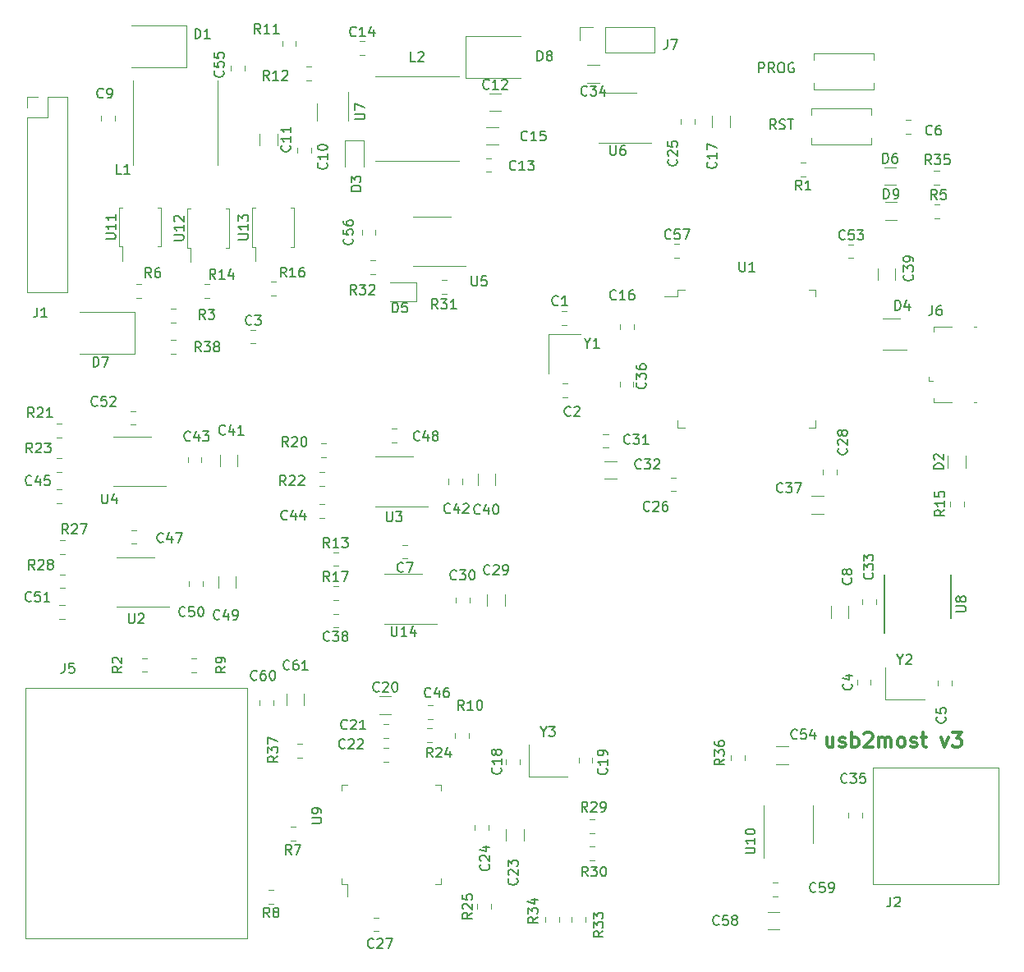
<source format=gto>
G04 #@! TF.GenerationSoftware,KiCad,Pcbnew,5.1.6-c6e7f7d~86~ubuntu16.04.1*
G04 #@! TF.CreationDate,2020-07-06T18:05:24+05:00*
G04 #@! TF.ProjectId,usb2most,75736232-6d6f-4737-942e-6b696361645f,rev?*
G04 #@! TF.SameCoordinates,Original*
G04 #@! TF.FileFunction,Legend,Top*
G04 #@! TF.FilePolarity,Positive*
%FSLAX46Y46*%
G04 Gerber Fmt 4.6, Leading zero omitted, Abs format (unit mm)*
G04 Created by KiCad (PCBNEW 5.1.6-c6e7f7d~86~ubuntu16.04.1) date 2020-07-06 18:05:24*
%MOMM*%
%LPD*%
G01*
G04 APERTURE LIST*
%ADD10C,0.300000*%
%ADD11C,0.120000*%
%ADD12C,0.150000*%
G04 APERTURE END LIST*
D10*
X104340000Y-95088571D02*
X104340000Y-96088571D01*
X103697142Y-95088571D02*
X103697142Y-95874285D01*
X103768571Y-96017142D01*
X103911428Y-96088571D01*
X104125714Y-96088571D01*
X104268571Y-96017142D01*
X104340000Y-95945714D01*
X104982857Y-96017142D02*
X105125714Y-96088571D01*
X105411428Y-96088571D01*
X105554285Y-96017142D01*
X105625714Y-95874285D01*
X105625714Y-95802857D01*
X105554285Y-95660000D01*
X105411428Y-95588571D01*
X105197142Y-95588571D01*
X105054285Y-95517142D01*
X104982857Y-95374285D01*
X104982857Y-95302857D01*
X105054285Y-95160000D01*
X105197142Y-95088571D01*
X105411428Y-95088571D01*
X105554285Y-95160000D01*
X106268571Y-96088571D02*
X106268571Y-94588571D01*
X106268571Y-95160000D02*
X106411428Y-95088571D01*
X106697142Y-95088571D01*
X106840000Y-95160000D01*
X106911428Y-95231428D01*
X106982857Y-95374285D01*
X106982857Y-95802857D01*
X106911428Y-95945714D01*
X106840000Y-96017142D01*
X106697142Y-96088571D01*
X106411428Y-96088571D01*
X106268571Y-96017142D01*
X107554285Y-94731428D02*
X107625714Y-94660000D01*
X107768571Y-94588571D01*
X108125714Y-94588571D01*
X108268571Y-94660000D01*
X108340000Y-94731428D01*
X108411428Y-94874285D01*
X108411428Y-95017142D01*
X108340000Y-95231428D01*
X107482857Y-96088571D01*
X108411428Y-96088571D01*
X109054285Y-96088571D02*
X109054285Y-95088571D01*
X109054285Y-95231428D02*
X109125714Y-95160000D01*
X109268571Y-95088571D01*
X109482857Y-95088571D01*
X109625714Y-95160000D01*
X109697142Y-95302857D01*
X109697142Y-96088571D01*
X109697142Y-95302857D02*
X109768571Y-95160000D01*
X109911428Y-95088571D01*
X110125714Y-95088571D01*
X110268571Y-95160000D01*
X110340000Y-95302857D01*
X110340000Y-96088571D01*
X111268571Y-96088571D02*
X111125714Y-96017142D01*
X111054285Y-95945714D01*
X110982857Y-95802857D01*
X110982857Y-95374285D01*
X111054285Y-95231428D01*
X111125714Y-95160000D01*
X111268571Y-95088571D01*
X111482857Y-95088571D01*
X111625714Y-95160000D01*
X111697142Y-95231428D01*
X111768571Y-95374285D01*
X111768571Y-95802857D01*
X111697142Y-95945714D01*
X111625714Y-96017142D01*
X111482857Y-96088571D01*
X111268571Y-96088571D01*
X112340000Y-96017142D02*
X112482857Y-96088571D01*
X112768571Y-96088571D01*
X112911428Y-96017142D01*
X112982857Y-95874285D01*
X112982857Y-95802857D01*
X112911428Y-95660000D01*
X112768571Y-95588571D01*
X112554285Y-95588571D01*
X112411428Y-95517142D01*
X112340000Y-95374285D01*
X112340000Y-95302857D01*
X112411428Y-95160000D01*
X112554285Y-95088571D01*
X112768571Y-95088571D01*
X112911428Y-95160000D01*
X113411428Y-95088571D02*
X113982857Y-95088571D01*
X113625714Y-94588571D02*
X113625714Y-95874285D01*
X113697142Y-96017142D01*
X113840000Y-96088571D01*
X113982857Y-96088571D01*
X115482857Y-95088571D02*
X115840000Y-96088571D01*
X116197142Y-95088571D01*
X116625714Y-94588571D02*
X117554285Y-94588571D01*
X117054285Y-95160000D01*
X117268571Y-95160000D01*
X117411428Y-95231428D01*
X117482857Y-95302857D01*
X117554285Y-95445714D01*
X117554285Y-95802857D01*
X117482857Y-95945714D01*
X117411428Y-96017142D01*
X117268571Y-96088571D01*
X116840000Y-96088571D01*
X116697142Y-96017142D01*
X116625714Y-95945714D01*
D11*
X101860000Y-63110000D02*
X102560000Y-63110000D01*
X102560000Y-63110000D02*
X102560000Y-62410000D01*
X89040000Y-63110000D02*
X88340000Y-63110000D01*
X88340000Y-63110000D02*
X88340000Y-62410000D01*
X101860000Y-48890000D02*
X102560000Y-48890000D01*
X102560000Y-48890000D02*
X102560000Y-49590000D01*
X89040000Y-48890000D02*
X88340000Y-48890000D01*
X88340000Y-48890000D02*
X88340000Y-49590000D01*
X88340000Y-49590000D02*
X86975000Y-49590000D01*
X108940000Y-47952064D02*
X108940000Y-46747936D01*
X110760000Y-47952064D02*
X110760000Y-46747936D01*
X68910436Y-28690000D02*
X70114564Y-28690000D01*
X68910436Y-30510000D02*
X70114564Y-30510000D01*
X47060000Y-32797936D02*
X47060000Y-34002064D01*
X45240000Y-32797936D02*
X45240000Y-34002064D01*
X58666500Y-50099000D02*
X61351500Y-50099000D01*
X61351500Y-50099000D02*
X61351500Y-48179000D01*
X61351500Y-48179000D02*
X58666500Y-48179000D01*
X55960000Y-36200000D02*
X55960000Y-33515000D01*
X55960000Y-33515000D02*
X54040000Y-33515000D01*
X54040000Y-33515000D02*
X54040000Y-36200000D01*
X44291422Y-53040000D02*
X44808578Y-53040000D01*
X44291422Y-54460000D02*
X44808578Y-54460000D01*
X60050000Y-78230000D02*
X58100000Y-78230000D01*
X60050000Y-78230000D02*
X62000000Y-78230000D01*
X60050000Y-83350000D02*
X58100000Y-83350000D01*
X60050000Y-83350000D02*
X63500000Y-83350000D01*
X52791422Y-79480000D02*
X53308578Y-79480000D01*
X52791422Y-80900000D02*
X53308578Y-80900000D01*
X52791422Y-75980000D02*
X53308578Y-75980000D01*
X52791422Y-77400000D02*
X53308578Y-77400000D01*
X53301078Y-83760000D02*
X52783922Y-83760000D01*
X53301078Y-82340000D02*
X52783922Y-82340000D01*
X65460000Y-81158578D02*
X65460000Y-80641422D01*
X66880000Y-81158578D02*
X66880000Y-80641422D01*
X68670000Y-81552064D02*
X68670000Y-80347936D01*
X70490000Y-81552064D02*
X70490000Y-80347936D01*
X60438578Y-76650000D02*
X59921422Y-76650000D01*
X60438578Y-75230000D02*
X59921422Y-75230000D01*
X43900000Y-89980000D02*
X21100000Y-89980000D01*
X43900000Y-115780000D02*
X21100000Y-115780000D01*
X21100000Y-115780000D02*
X21100000Y-89980000D01*
X43900000Y-89980000D02*
X43900000Y-115780000D01*
X80232064Y-27550000D02*
X79027936Y-27550000D01*
X80232064Y-25730000D02*
X79027936Y-25730000D01*
X110892064Y-41700000D02*
X109687936Y-41700000D01*
X110892064Y-39880000D02*
X109687936Y-39880000D01*
X110812064Y-38130000D02*
X109607936Y-38130000D01*
X110812064Y-36310000D02*
X109607936Y-36310000D01*
X116183000Y-67262064D02*
X116183000Y-66057936D01*
X118003000Y-67262064D02*
X118003000Y-66057936D01*
X102267000Y-104083000D02*
X102267000Y-102133000D01*
X102267000Y-104083000D02*
X102267000Y-106033000D01*
X97147000Y-104083000D02*
X97147000Y-102133000D01*
X97147000Y-104083000D02*
X97147000Y-107533000D01*
X82138000Y-28614000D02*
X80188000Y-28614000D01*
X82138000Y-28614000D02*
X84088000Y-28614000D01*
X82138000Y-33734000D02*
X80188000Y-33734000D01*
X82138000Y-33734000D02*
X85588000Y-33734000D01*
X51090000Y-29690000D02*
X51090000Y-31490000D01*
X54310000Y-31490000D02*
X54310000Y-28540000D01*
X63023000Y-46507000D02*
X66473000Y-46507000D01*
X63023000Y-46507000D02*
X61073000Y-46507000D01*
X63023000Y-41387000D02*
X64973000Y-41387000D01*
X63023000Y-41387000D02*
X61073000Y-41387000D01*
X102127936Y-70200000D02*
X103332064Y-70200000D01*
X102127936Y-72020000D02*
X103332064Y-72020000D01*
X82390000Y-52958578D02*
X82390000Y-52441422D01*
X83810000Y-52958578D02*
X83810000Y-52441422D01*
X48750000Y-42490000D02*
X48750000Y-40480000D01*
X48750000Y-40480000D02*
X48395000Y-40480000D01*
X48750000Y-42490000D02*
X48750000Y-44500000D01*
X48750000Y-44500000D02*
X48395000Y-44500000D01*
X44430000Y-42490000D02*
X44430000Y-40480000D01*
X44430000Y-40480000D02*
X44785000Y-40480000D01*
X44430000Y-42490000D02*
X44430000Y-44500000D01*
X44430000Y-44500000D02*
X44785000Y-44500000D01*
X44785000Y-44500000D02*
X44785000Y-45965000D01*
X42080000Y-42580000D02*
X42080000Y-40570000D01*
X42080000Y-40570000D02*
X41725000Y-40570000D01*
X42080000Y-42580000D02*
X42080000Y-44590000D01*
X42080000Y-44590000D02*
X41725000Y-44590000D01*
X37760000Y-42580000D02*
X37760000Y-40570000D01*
X37760000Y-40570000D02*
X38115000Y-40570000D01*
X37760000Y-42580000D02*
X37760000Y-44590000D01*
X37760000Y-44590000D02*
X38115000Y-44590000D01*
X38115000Y-44590000D02*
X38115000Y-46055000D01*
X35070000Y-42460000D02*
X35070000Y-40450000D01*
X35070000Y-40450000D02*
X34715000Y-40450000D01*
X35070000Y-42460000D02*
X35070000Y-44470000D01*
X35070000Y-44470000D02*
X34715000Y-44470000D01*
X30750000Y-42460000D02*
X30750000Y-40450000D01*
X30750000Y-40450000D02*
X31105000Y-40450000D01*
X30750000Y-42460000D02*
X30750000Y-44470000D01*
X30750000Y-44470000D02*
X31105000Y-44470000D01*
X31105000Y-44470000D02*
X31105000Y-45935000D01*
X46381422Y-48120000D02*
X46898578Y-48120000D01*
X46381422Y-49540000D02*
X46898578Y-49540000D01*
X39538922Y-48330000D02*
X40056078Y-48330000D01*
X39538922Y-49750000D02*
X40056078Y-49750000D01*
X32468922Y-48340000D02*
X32986078Y-48340000D01*
X32468922Y-49760000D02*
X32986078Y-49760000D01*
X115338578Y-41530000D02*
X114821422Y-41530000D01*
X115338578Y-40110000D02*
X114821422Y-40110000D01*
X108440000Y-98209000D02*
X121440000Y-98209000D01*
X108440000Y-110209000D02*
X121440000Y-110209000D01*
X121440000Y-110209000D02*
X121440000Y-98209000D01*
X108440000Y-98209000D02*
X108440000Y-110209000D01*
X107350000Y-102833922D02*
X107350000Y-103351078D01*
X105930000Y-102833922D02*
X105930000Y-103351078D01*
D12*
X116530000Y-82775000D02*
X116530000Y-78325000D01*
X109630000Y-84300000D02*
X109630000Y-78325000D01*
D11*
X107370000Y-81371078D02*
X107370000Y-80853922D01*
X108790000Y-81371078D02*
X108790000Y-80853922D01*
X104120000Y-82752064D02*
X104120000Y-81547936D01*
X105940000Y-82752064D02*
X105940000Y-81547936D01*
X116580000Y-89248922D02*
X116580000Y-89766078D01*
X115160000Y-89248922D02*
X115160000Y-89766078D01*
X106810000Y-89658578D02*
X106810000Y-89141422D01*
X108230000Y-89658578D02*
X108230000Y-89141422D01*
X108570000Y-24540000D02*
X108570000Y-25190000D01*
X108570000Y-28240000D02*
X108570000Y-27590000D01*
X102370000Y-27590000D02*
X102370000Y-28240000D01*
X102370000Y-24540000D02*
X102370000Y-25190000D01*
X108570000Y-24540000D02*
X102370000Y-24540000D01*
X102370000Y-28240000D02*
X108570000Y-28240000D01*
X108300000Y-30210000D02*
X108300000Y-30860000D01*
X108300000Y-33910000D02*
X108300000Y-33260000D01*
X102100000Y-33260000D02*
X102100000Y-33910000D01*
X102100000Y-30210000D02*
X102100000Y-30860000D01*
X108300000Y-30210000D02*
X102100000Y-30210000D01*
X102100000Y-33910000D02*
X108300000Y-33910000D01*
X83760000Y-58441422D02*
X83760000Y-58958578D01*
X82340000Y-58441422D02*
X82340000Y-58958578D01*
X36041422Y-50890000D02*
X36558578Y-50890000D01*
X36041422Y-52310000D02*
X36558578Y-52310000D01*
X114730000Y-60557000D02*
X114730000Y-60107000D01*
X116580000Y-60557000D02*
X114730000Y-60557000D01*
X119130000Y-52757000D02*
X118880000Y-52757000D01*
X119130000Y-60557000D02*
X118880000Y-60557000D01*
X116580000Y-52757000D02*
X114730000Y-52757000D01*
X114730000Y-52757000D02*
X114730000Y-53207000D01*
X114180000Y-58357000D02*
X114180000Y-57907000D01*
X114180000Y-58357000D02*
X114630000Y-58357000D01*
X33598578Y-88330000D02*
X33081422Y-88330000D01*
X33598578Y-86910000D02*
X33081422Y-86910000D01*
X46658578Y-112260000D02*
X46141422Y-112260000D01*
X46658578Y-110840000D02*
X46141422Y-110840000D01*
X48901078Y-105760000D02*
X48383922Y-105760000D01*
X48901078Y-104340000D02*
X48383922Y-104340000D01*
X56998922Y-113669000D02*
X57516078Y-113669000D01*
X56998922Y-115089000D02*
X57516078Y-115089000D01*
X67370000Y-104678578D02*
X67370000Y-104161422D01*
X68790000Y-104678578D02*
X68790000Y-104161422D01*
X70640000Y-105732064D02*
X70640000Y-104527936D01*
X72460000Y-105732064D02*
X72460000Y-104527936D01*
X57991422Y-96190000D02*
X58508578Y-96190000D01*
X57991422Y-97610000D02*
X58508578Y-97610000D01*
X57950122Y-93741000D02*
X58467278Y-93741000D01*
X57950122Y-95161000D02*
X58467278Y-95161000D01*
X57575936Y-90848600D02*
X58780064Y-90848600D01*
X57575936Y-92668600D02*
X58780064Y-92668600D01*
X79520000Y-97188922D02*
X79520000Y-97706078D01*
X78100000Y-97188922D02*
X78100000Y-97706078D01*
X70640000Y-97846078D02*
X70640000Y-97328922D01*
X72060000Y-97846078D02*
X72060000Y-97328922D01*
X37700000Y-25950000D02*
X37700000Y-21650000D01*
X37700000Y-21650000D02*
X32000000Y-21650000D01*
X37700000Y-25950000D02*
X32000000Y-25950000D01*
X76991078Y-60030000D02*
X76473922Y-60030000D01*
X76991078Y-58610000D02*
X76473922Y-58610000D01*
X76368922Y-51160000D02*
X76886078Y-51160000D01*
X76368922Y-52580000D02*
X76886078Y-52580000D01*
X101526078Y-37240000D02*
X101008922Y-37240000D01*
X101526078Y-35820000D02*
X101008922Y-35820000D01*
X111858922Y-32860000D02*
X112376078Y-32860000D01*
X111858922Y-31440000D02*
X112376078Y-31440000D01*
X38188922Y-88390000D02*
X38706078Y-88390000D01*
X38188922Y-86970000D02*
X38706078Y-86970000D01*
X66762000Y-95156078D02*
X66762000Y-94638922D01*
X65342000Y-95156078D02*
X65342000Y-94638922D01*
X68597936Y-32140000D02*
X69802064Y-32140000D01*
X68597936Y-33960000D02*
X69802064Y-33960000D01*
X40850000Y-36050000D02*
X40850000Y-27350000D01*
X32150000Y-36050000D02*
X32150000Y-27350000D01*
X57100000Y-26940000D02*
X65800000Y-26940000D01*
X57100000Y-35640000D02*
X65800000Y-35640000D01*
X47540000Y-23291422D02*
X47540000Y-23808578D01*
X48960000Y-23291422D02*
X48960000Y-23808578D01*
X50041422Y-25890000D02*
X50558578Y-25890000D01*
X50041422Y-27310000D02*
X50558578Y-27310000D01*
X78220000Y-23150000D02*
X78220000Y-21820000D01*
X78220000Y-21820000D02*
X79550000Y-21820000D01*
X80820000Y-21820000D02*
X85960000Y-21820000D01*
X85960000Y-24480000D02*
X85960000Y-21820000D01*
X80820000Y-24480000D02*
X85960000Y-24480000D01*
X80820000Y-24480000D02*
X80820000Y-21820000D01*
X91878000Y-32191064D02*
X91878000Y-30986936D01*
X93698000Y-32191064D02*
X93698000Y-30986936D01*
X104710000Y-67491422D02*
X104710000Y-68008578D01*
X103290000Y-67491422D02*
X103290000Y-68008578D01*
X81146078Y-63800000D02*
X80628922Y-63800000D01*
X81146078Y-65220000D02*
X80628922Y-65220000D01*
X109450000Y-55070000D02*
X111900000Y-55070000D01*
X111250000Y-51850000D02*
X109450000Y-51850000D01*
X116400000Y-71318578D02*
X116400000Y-70801422D01*
X117820000Y-71318578D02*
X117820000Y-70801422D01*
X30310000Y-31458578D02*
X30310000Y-30941422D01*
X28890000Y-31458578D02*
X28890000Y-30941422D01*
X50510000Y-34281422D02*
X50510000Y-34798578D01*
X49090000Y-34281422D02*
X49090000Y-34798578D01*
X68591422Y-36760000D02*
X69108578Y-36760000D01*
X68591422Y-35340000D02*
X69108578Y-35340000D01*
X55541422Y-23280000D02*
X56058578Y-23280000D01*
X55541422Y-24700000D02*
X56058578Y-24700000D01*
X90048000Y-31835078D02*
X90048000Y-31317922D01*
X88628000Y-31835078D02*
X88628000Y-31317922D01*
X88158578Y-69710000D02*
X87641422Y-69710000D01*
X88158578Y-68290000D02*
X87641422Y-68290000D01*
X82002064Y-68420000D02*
X80797936Y-68420000D01*
X82002064Y-66600000D02*
X80797936Y-66600000D01*
X69535000Y-69099064D02*
X69535000Y-67894936D01*
X67715000Y-69099064D02*
X67715000Y-67894936D01*
X42921000Y-67136064D02*
X42921000Y-65931936D01*
X41101000Y-67136064D02*
X41101000Y-65931936D01*
X64715000Y-68955578D02*
X64715000Y-68438422D01*
X66135000Y-68955578D02*
X66135000Y-68438422D01*
X39221000Y-66730078D02*
X39221000Y-66212922D01*
X37801000Y-66730078D02*
X37801000Y-66212922D01*
X51888578Y-71030000D02*
X51371422Y-71030000D01*
X51888578Y-72450000D02*
X51371422Y-72450000D01*
X24798578Y-69510000D02*
X24281422Y-69510000D01*
X24798578Y-70930000D02*
X24281422Y-70930000D01*
X51528922Y-66220000D02*
X52046078Y-66220000D01*
X51528922Y-64800000D02*
X52046078Y-64800000D01*
X24274922Y-62764000D02*
X24792078Y-62764000D01*
X24274922Y-64184000D02*
X24792078Y-64184000D01*
X51381422Y-67750000D02*
X51898578Y-67750000D01*
X51381422Y-69170000D02*
X51898578Y-69170000D01*
X24312422Y-66264000D02*
X24829578Y-66264000D01*
X24312422Y-67684000D02*
X24829578Y-67684000D01*
X59125000Y-66137000D02*
X57175000Y-66137000D01*
X59125000Y-66137000D02*
X61075000Y-66137000D01*
X59125000Y-71257000D02*
X57175000Y-71257000D01*
X59125000Y-71257000D02*
X62575000Y-71257000D01*
X32111000Y-64074000D02*
X30161000Y-64074000D01*
X32111000Y-64074000D02*
X34061000Y-64074000D01*
X32111000Y-69194000D02*
X30161000Y-69194000D01*
X32111000Y-69194000D02*
X35561000Y-69194000D01*
X42757000Y-79672064D02*
X42757000Y-78467936D01*
X40937000Y-79672064D02*
X40937000Y-78467936D01*
X37907000Y-79468578D02*
X37907000Y-78951422D01*
X39327000Y-79468578D02*
X39327000Y-78951422D01*
X25098578Y-81430000D02*
X24581422Y-81430000D01*
X25098578Y-82850000D02*
X24581422Y-82850000D01*
X24655922Y-74770000D02*
X25173078Y-74770000D01*
X24655922Y-76190000D02*
X25173078Y-76190000D01*
X24655922Y-79690000D02*
X25173078Y-79690000D01*
X24655922Y-78270000D02*
X25173078Y-78270000D01*
X32446999Y-81644999D02*
X35896999Y-81644999D01*
X32446999Y-81644999D02*
X30496999Y-81644999D01*
X32446999Y-76524999D02*
X34396999Y-76524999D01*
X32446999Y-76524999D02*
X30496999Y-76524999D01*
X63062078Y-93208000D02*
X62544922Y-93208000D01*
X63062078Y-91788000D02*
X62544922Y-91788000D01*
X32518578Y-73700000D02*
X32001422Y-73700000D01*
X32518578Y-75120000D02*
X32001422Y-75120000D01*
X59378578Y-63270000D02*
X58861422Y-63270000D01*
X59378578Y-64690000D02*
X58861422Y-64690000D01*
X32432078Y-61424000D02*
X31914922Y-61424000D01*
X32432078Y-62844000D02*
X31914922Y-62844000D01*
X62464922Y-95598000D02*
X62982078Y-95598000D01*
X62464922Y-94178000D02*
X62982078Y-94178000D01*
X67628000Y-112786078D02*
X67628000Y-112268922D01*
X69048000Y-112786078D02*
X69048000Y-112268922D01*
X97607936Y-114900000D02*
X98812064Y-114900000D01*
X97607936Y-113080000D02*
X98812064Y-113080000D01*
X98105922Y-110073000D02*
X98623078Y-110073000D01*
X98105922Y-111493000D02*
X98623078Y-111493000D01*
X79758578Y-103554000D02*
X79241422Y-103554000D01*
X79758578Y-104974000D02*
X79241422Y-104974000D01*
X79758578Y-106348000D02*
X79241422Y-106348000D01*
X79758578Y-107768000D02*
X79241422Y-107768000D01*
X77390000Y-113641422D02*
X77390000Y-114158578D01*
X78810000Y-113641422D02*
X78810000Y-114158578D01*
X76110000Y-113641422D02*
X76110000Y-114158578D01*
X74690000Y-113641422D02*
X74690000Y-114158578D01*
X93792000Y-97475078D02*
X93792000Y-96957922D01*
X95212000Y-97475078D02*
X95212000Y-96957922D01*
X49648578Y-95730000D02*
X49131422Y-95730000D01*
X49648578Y-97150000D02*
X49131422Y-97150000D01*
X54230200Y-110230000D02*
X54230200Y-111520000D01*
X53655200Y-110230000D02*
X54230200Y-110230000D01*
X53655200Y-109655000D02*
X53655200Y-110230000D01*
X53655200Y-100010000D02*
X54230200Y-100010000D01*
X53655200Y-100585000D02*
X53655200Y-100010000D01*
X63875200Y-110230000D02*
X63300200Y-110230000D01*
X63875200Y-109655000D02*
X63875200Y-110230000D01*
X63875200Y-100010000D02*
X63300200Y-100010000D01*
X63875200Y-100585000D02*
X63875200Y-100010000D01*
X98497936Y-97830000D02*
X99702064Y-97830000D01*
X98497936Y-96010000D02*
X99702064Y-96010000D01*
X43660000Y-26358578D02*
X43660000Y-25841422D01*
X42240000Y-26358578D02*
X42240000Y-25841422D01*
X55760000Y-42711422D02*
X55760000Y-43228578D01*
X57180000Y-42711422D02*
X57180000Y-43228578D01*
X63979922Y-49341000D02*
X64497078Y-49341000D01*
X63979922Y-47921000D02*
X64497078Y-47921000D01*
X56613922Y-45889000D02*
X57131078Y-45889000D01*
X56613922Y-47309000D02*
X57131078Y-47309000D01*
X45220000Y-91221422D02*
X45220000Y-91738578D01*
X46640000Y-91221422D02*
X46640000Y-91738578D01*
X47990000Y-90567936D02*
X47990000Y-91772064D01*
X49810000Y-90567936D02*
X49810000Y-91772064D01*
X115268578Y-38100000D02*
X114751422Y-38100000D01*
X115268578Y-36680000D02*
X114751422Y-36680000D01*
X32350000Y-55550000D02*
X26650000Y-55550000D01*
X32350000Y-51250000D02*
X26650000Y-51250000D01*
X32350000Y-55550000D02*
X32350000Y-51250000D01*
X36091422Y-55510000D02*
X36608578Y-55510000D01*
X36091422Y-54090000D02*
X36608578Y-54090000D01*
X66425000Y-22765000D02*
X72125000Y-22765000D01*
X66425000Y-27065000D02*
X72125000Y-27065000D01*
X66425000Y-22765000D02*
X66425000Y-27065000D01*
X21280000Y-29050000D02*
X22340000Y-29050000D01*
X21280000Y-30110000D02*
X21280000Y-29050000D01*
X23340000Y-29050000D02*
X25400000Y-29050000D01*
X23340000Y-31110000D02*
X23340000Y-29050000D01*
X21280000Y-31110000D02*
X23340000Y-31110000D01*
X25400000Y-29050000D02*
X25400000Y-49170000D01*
X21280000Y-31110000D02*
X21280000Y-49170000D01*
X21280000Y-49170000D02*
X25400000Y-49170000D01*
X75020000Y-53540000D02*
X75020000Y-57540000D01*
X78320000Y-53540000D02*
X75020000Y-53540000D01*
X109750000Y-87870000D02*
X109750000Y-91170000D01*
X109750000Y-91170000D02*
X113750000Y-91170000D01*
X72990000Y-99110000D02*
X76990000Y-99110000D01*
X72990000Y-95810000D02*
X72990000Y-99110000D01*
X105941422Y-45660000D02*
X106458578Y-45660000D01*
X105941422Y-44240000D02*
X106458578Y-44240000D01*
X87991422Y-44190000D02*
X88508578Y-44190000D01*
X87991422Y-45610000D02*
X88508578Y-45610000D01*
D12*
X94688095Y-46032380D02*
X94688095Y-46841904D01*
X94735714Y-46937142D01*
X94783333Y-46984761D01*
X94878571Y-47032380D01*
X95069047Y-47032380D01*
X95164285Y-46984761D01*
X95211904Y-46937142D01*
X95259523Y-46841904D01*
X95259523Y-46032380D01*
X96259523Y-47032380D02*
X95688095Y-47032380D01*
X95973809Y-47032380D02*
X95973809Y-46032380D01*
X95878571Y-46175238D01*
X95783333Y-46270476D01*
X95688095Y-46318095D01*
X112517142Y-47362857D02*
X112564761Y-47410476D01*
X112612380Y-47553333D01*
X112612380Y-47648571D01*
X112564761Y-47791428D01*
X112469523Y-47886666D01*
X112374285Y-47934285D01*
X112183809Y-47981904D01*
X112040952Y-47981904D01*
X111850476Y-47934285D01*
X111755238Y-47886666D01*
X111660000Y-47791428D01*
X111612380Y-47648571D01*
X111612380Y-47553333D01*
X111660000Y-47410476D01*
X111707619Y-47362857D01*
X111612380Y-47029523D02*
X111612380Y-46410476D01*
X111993333Y-46743809D01*
X111993333Y-46600952D01*
X112040952Y-46505714D01*
X112088571Y-46458095D01*
X112183809Y-46410476D01*
X112421904Y-46410476D01*
X112517142Y-46458095D01*
X112564761Y-46505714D01*
X112612380Y-46600952D01*
X112612380Y-46886666D01*
X112564761Y-46981904D01*
X112517142Y-47029523D01*
X112612380Y-45934285D02*
X112612380Y-45743809D01*
X112564761Y-45648571D01*
X112517142Y-45600952D01*
X112374285Y-45505714D01*
X112183809Y-45458095D01*
X111802857Y-45458095D01*
X111707619Y-45505714D01*
X111660000Y-45553333D01*
X111612380Y-45648571D01*
X111612380Y-45839047D01*
X111660000Y-45934285D01*
X111707619Y-45981904D01*
X111802857Y-46029523D01*
X112040952Y-46029523D01*
X112136190Y-45981904D01*
X112183809Y-45934285D01*
X112231428Y-45839047D01*
X112231428Y-45648571D01*
X112183809Y-45553333D01*
X112136190Y-45505714D01*
X112040952Y-45458095D01*
X68869642Y-28137142D02*
X68822023Y-28184761D01*
X68679166Y-28232380D01*
X68583928Y-28232380D01*
X68441071Y-28184761D01*
X68345833Y-28089523D01*
X68298214Y-27994285D01*
X68250595Y-27803809D01*
X68250595Y-27660952D01*
X68298214Y-27470476D01*
X68345833Y-27375238D01*
X68441071Y-27280000D01*
X68583928Y-27232380D01*
X68679166Y-27232380D01*
X68822023Y-27280000D01*
X68869642Y-27327619D01*
X69822023Y-28232380D02*
X69250595Y-28232380D01*
X69536309Y-28232380D02*
X69536309Y-27232380D01*
X69441071Y-27375238D01*
X69345833Y-27470476D01*
X69250595Y-27518095D01*
X70202976Y-27327619D02*
X70250595Y-27280000D01*
X70345833Y-27232380D01*
X70583928Y-27232380D01*
X70679166Y-27280000D01*
X70726785Y-27327619D01*
X70774404Y-27422857D01*
X70774404Y-27518095D01*
X70726785Y-27660952D01*
X70155357Y-28232380D01*
X70774404Y-28232380D01*
X48327142Y-34042857D02*
X48374761Y-34090476D01*
X48422380Y-34233333D01*
X48422380Y-34328571D01*
X48374761Y-34471428D01*
X48279523Y-34566666D01*
X48184285Y-34614285D01*
X47993809Y-34661904D01*
X47850952Y-34661904D01*
X47660476Y-34614285D01*
X47565238Y-34566666D01*
X47470000Y-34471428D01*
X47422380Y-34328571D01*
X47422380Y-34233333D01*
X47470000Y-34090476D01*
X47517619Y-34042857D01*
X48422380Y-33090476D02*
X48422380Y-33661904D01*
X48422380Y-33376190D02*
X47422380Y-33376190D01*
X47565238Y-33471428D01*
X47660476Y-33566666D01*
X47708095Y-33661904D01*
X48422380Y-32138095D02*
X48422380Y-32709523D01*
X48422380Y-32423809D02*
X47422380Y-32423809D01*
X47565238Y-32519047D01*
X47660476Y-32614285D01*
X47708095Y-32709523D01*
X58928404Y-51241380D02*
X58928404Y-50241380D01*
X59166500Y-50241380D01*
X59309357Y-50289000D01*
X59404595Y-50384238D01*
X59452214Y-50479476D01*
X59499833Y-50669952D01*
X59499833Y-50812809D01*
X59452214Y-51003285D01*
X59404595Y-51098523D01*
X59309357Y-51193761D01*
X59166500Y-51241380D01*
X58928404Y-51241380D01*
X60404595Y-50241380D02*
X59928404Y-50241380D01*
X59880785Y-50717571D01*
X59928404Y-50669952D01*
X60023642Y-50622333D01*
X60261738Y-50622333D01*
X60356976Y-50669952D01*
X60404595Y-50717571D01*
X60452214Y-50812809D01*
X60452214Y-51050904D01*
X60404595Y-51146142D01*
X60356976Y-51193761D01*
X60261738Y-51241380D01*
X60023642Y-51241380D01*
X59928404Y-51193761D01*
X59880785Y-51146142D01*
X55652380Y-38738095D02*
X54652380Y-38738095D01*
X54652380Y-38500000D01*
X54700000Y-38357142D01*
X54795238Y-38261904D01*
X54890476Y-38214285D01*
X55080952Y-38166666D01*
X55223809Y-38166666D01*
X55414285Y-38214285D01*
X55509523Y-38261904D01*
X55604761Y-38357142D01*
X55652380Y-38500000D01*
X55652380Y-38738095D01*
X54652380Y-37833333D02*
X54652380Y-37214285D01*
X55033333Y-37547619D01*
X55033333Y-37404761D01*
X55080952Y-37309523D01*
X55128571Y-37261904D01*
X55223809Y-37214285D01*
X55461904Y-37214285D01*
X55557142Y-37261904D01*
X55604761Y-37309523D01*
X55652380Y-37404761D01*
X55652380Y-37690476D01*
X55604761Y-37785714D01*
X55557142Y-37833333D01*
X44383333Y-52457142D02*
X44335714Y-52504761D01*
X44192857Y-52552380D01*
X44097619Y-52552380D01*
X43954761Y-52504761D01*
X43859523Y-52409523D01*
X43811904Y-52314285D01*
X43764285Y-52123809D01*
X43764285Y-51980952D01*
X43811904Y-51790476D01*
X43859523Y-51695238D01*
X43954761Y-51600000D01*
X44097619Y-51552380D01*
X44192857Y-51552380D01*
X44335714Y-51600000D01*
X44383333Y-51647619D01*
X44716666Y-51552380D02*
X45335714Y-51552380D01*
X45002380Y-51933333D01*
X45145238Y-51933333D01*
X45240476Y-51980952D01*
X45288095Y-52028571D01*
X45335714Y-52123809D01*
X45335714Y-52361904D01*
X45288095Y-52457142D01*
X45240476Y-52504761D01*
X45145238Y-52552380D01*
X44859523Y-52552380D01*
X44764285Y-52504761D01*
X44716666Y-52457142D01*
X58811904Y-83642380D02*
X58811904Y-84451904D01*
X58859523Y-84547142D01*
X58907142Y-84594761D01*
X59002380Y-84642380D01*
X59192857Y-84642380D01*
X59288095Y-84594761D01*
X59335714Y-84547142D01*
X59383333Y-84451904D01*
X59383333Y-83642380D01*
X60383333Y-84642380D02*
X59811904Y-84642380D01*
X60097619Y-84642380D02*
X60097619Y-83642380D01*
X60002380Y-83785238D01*
X59907142Y-83880476D01*
X59811904Y-83928095D01*
X61240476Y-83975714D02*
X61240476Y-84642380D01*
X61002380Y-83594761D02*
X60764285Y-84309047D01*
X61383333Y-84309047D01*
X52407142Y-78992380D02*
X52073809Y-78516190D01*
X51835714Y-78992380D02*
X51835714Y-77992380D01*
X52216666Y-77992380D01*
X52311904Y-78040000D01*
X52359523Y-78087619D01*
X52407142Y-78182857D01*
X52407142Y-78325714D01*
X52359523Y-78420952D01*
X52311904Y-78468571D01*
X52216666Y-78516190D01*
X51835714Y-78516190D01*
X53359523Y-78992380D02*
X52788095Y-78992380D01*
X53073809Y-78992380D02*
X53073809Y-77992380D01*
X52978571Y-78135238D01*
X52883333Y-78230476D01*
X52788095Y-78278095D01*
X53692857Y-77992380D02*
X54359523Y-77992380D01*
X53930952Y-78992380D01*
X52407142Y-75492380D02*
X52073809Y-75016190D01*
X51835714Y-75492380D02*
X51835714Y-74492380D01*
X52216666Y-74492380D01*
X52311904Y-74540000D01*
X52359523Y-74587619D01*
X52407142Y-74682857D01*
X52407142Y-74825714D01*
X52359523Y-74920952D01*
X52311904Y-74968571D01*
X52216666Y-75016190D01*
X51835714Y-75016190D01*
X53359523Y-75492380D02*
X52788095Y-75492380D01*
X53073809Y-75492380D02*
X53073809Y-74492380D01*
X52978571Y-74635238D01*
X52883333Y-74730476D01*
X52788095Y-74778095D01*
X53692857Y-74492380D02*
X54311904Y-74492380D01*
X53978571Y-74873333D01*
X54121428Y-74873333D01*
X54216666Y-74920952D01*
X54264285Y-74968571D01*
X54311904Y-75063809D01*
X54311904Y-75301904D01*
X54264285Y-75397142D01*
X54216666Y-75444761D01*
X54121428Y-75492380D01*
X53835714Y-75492380D01*
X53740476Y-75444761D01*
X53692857Y-75397142D01*
X52399642Y-85057142D02*
X52352023Y-85104761D01*
X52209166Y-85152380D01*
X52113928Y-85152380D01*
X51971071Y-85104761D01*
X51875833Y-85009523D01*
X51828214Y-84914285D01*
X51780595Y-84723809D01*
X51780595Y-84580952D01*
X51828214Y-84390476D01*
X51875833Y-84295238D01*
X51971071Y-84200000D01*
X52113928Y-84152380D01*
X52209166Y-84152380D01*
X52352023Y-84200000D01*
X52399642Y-84247619D01*
X52732976Y-84152380D02*
X53352023Y-84152380D01*
X53018690Y-84533333D01*
X53161547Y-84533333D01*
X53256785Y-84580952D01*
X53304404Y-84628571D01*
X53352023Y-84723809D01*
X53352023Y-84961904D01*
X53304404Y-85057142D01*
X53256785Y-85104761D01*
X53161547Y-85152380D01*
X52875833Y-85152380D01*
X52780595Y-85104761D01*
X52732976Y-85057142D01*
X53923452Y-84580952D02*
X53828214Y-84533333D01*
X53780595Y-84485714D01*
X53732976Y-84390476D01*
X53732976Y-84342857D01*
X53780595Y-84247619D01*
X53828214Y-84200000D01*
X53923452Y-84152380D01*
X54113928Y-84152380D01*
X54209166Y-84200000D01*
X54256785Y-84247619D01*
X54304404Y-84342857D01*
X54304404Y-84390476D01*
X54256785Y-84485714D01*
X54209166Y-84533333D01*
X54113928Y-84580952D01*
X53923452Y-84580952D01*
X53828214Y-84628571D01*
X53780595Y-84676190D01*
X53732976Y-84771428D01*
X53732976Y-84961904D01*
X53780595Y-85057142D01*
X53828214Y-85104761D01*
X53923452Y-85152380D01*
X54113928Y-85152380D01*
X54209166Y-85104761D01*
X54256785Y-85057142D01*
X54304404Y-84961904D01*
X54304404Y-84771428D01*
X54256785Y-84676190D01*
X54209166Y-84628571D01*
X54113928Y-84580952D01*
X65497142Y-78737142D02*
X65449523Y-78784761D01*
X65306666Y-78832380D01*
X65211428Y-78832380D01*
X65068571Y-78784761D01*
X64973333Y-78689523D01*
X64925714Y-78594285D01*
X64878095Y-78403809D01*
X64878095Y-78260952D01*
X64925714Y-78070476D01*
X64973333Y-77975238D01*
X65068571Y-77880000D01*
X65211428Y-77832380D01*
X65306666Y-77832380D01*
X65449523Y-77880000D01*
X65497142Y-77927619D01*
X65830476Y-77832380D02*
X66449523Y-77832380D01*
X66116190Y-78213333D01*
X66259047Y-78213333D01*
X66354285Y-78260952D01*
X66401904Y-78308571D01*
X66449523Y-78403809D01*
X66449523Y-78641904D01*
X66401904Y-78737142D01*
X66354285Y-78784761D01*
X66259047Y-78832380D01*
X65973333Y-78832380D01*
X65878095Y-78784761D01*
X65830476Y-78737142D01*
X67068571Y-77832380D02*
X67163809Y-77832380D01*
X67259047Y-77880000D01*
X67306666Y-77927619D01*
X67354285Y-78022857D01*
X67401904Y-78213333D01*
X67401904Y-78451428D01*
X67354285Y-78641904D01*
X67306666Y-78737142D01*
X67259047Y-78784761D01*
X67163809Y-78832380D01*
X67068571Y-78832380D01*
X66973333Y-78784761D01*
X66925714Y-78737142D01*
X66878095Y-78641904D01*
X66830476Y-78451428D01*
X66830476Y-78213333D01*
X66878095Y-78022857D01*
X66925714Y-77927619D01*
X66973333Y-77880000D01*
X67068571Y-77832380D01*
X68947142Y-78207142D02*
X68899523Y-78254761D01*
X68756666Y-78302380D01*
X68661428Y-78302380D01*
X68518571Y-78254761D01*
X68423333Y-78159523D01*
X68375714Y-78064285D01*
X68328095Y-77873809D01*
X68328095Y-77730952D01*
X68375714Y-77540476D01*
X68423333Y-77445238D01*
X68518571Y-77350000D01*
X68661428Y-77302380D01*
X68756666Y-77302380D01*
X68899523Y-77350000D01*
X68947142Y-77397619D01*
X69328095Y-77397619D02*
X69375714Y-77350000D01*
X69470952Y-77302380D01*
X69709047Y-77302380D01*
X69804285Y-77350000D01*
X69851904Y-77397619D01*
X69899523Y-77492857D01*
X69899523Y-77588095D01*
X69851904Y-77730952D01*
X69280476Y-78302380D01*
X69899523Y-78302380D01*
X70375714Y-78302380D02*
X70566190Y-78302380D01*
X70661428Y-78254761D01*
X70709047Y-78207142D01*
X70804285Y-78064285D01*
X70851904Y-77873809D01*
X70851904Y-77492857D01*
X70804285Y-77397619D01*
X70756666Y-77350000D01*
X70661428Y-77302380D01*
X70470952Y-77302380D01*
X70375714Y-77350000D01*
X70328095Y-77397619D01*
X70280476Y-77492857D01*
X70280476Y-77730952D01*
X70328095Y-77826190D01*
X70375714Y-77873809D01*
X70470952Y-77921428D01*
X70661428Y-77921428D01*
X70756666Y-77873809D01*
X70804285Y-77826190D01*
X70851904Y-77730952D01*
X60013333Y-77947142D02*
X59965714Y-77994761D01*
X59822857Y-78042380D01*
X59727619Y-78042380D01*
X59584761Y-77994761D01*
X59489523Y-77899523D01*
X59441904Y-77804285D01*
X59394285Y-77613809D01*
X59394285Y-77470952D01*
X59441904Y-77280476D01*
X59489523Y-77185238D01*
X59584761Y-77090000D01*
X59727619Y-77042380D01*
X59822857Y-77042380D01*
X59965714Y-77090000D01*
X60013333Y-77137619D01*
X60346666Y-77042380D02*
X61013333Y-77042380D01*
X60584761Y-78042380D01*
X25126666Y-87442380D02*
X25126666Y-88156666D01*
X25079047Y-88299523D01*
X24983809Y-88394761D01*
X24840952Y-88442380D01*
X24745714Y-88442380D01*
X26079047Y-87442380D02*
X25602857Y-87442380D01*
X25555238Y-87918571D01*
X25602857Y-87870952D01*
X25698095Y-87823333D01*
X25936190Y-87823333D01*
X26031428Y-87870952D01*
X26079047Y-87918571D01*
X26126666Y-88013809D01*
X26126666Y-88251904D01*
X26079047Y-88347142D01*
X26031428Y-88394761D01*
X25936190Y-88442380D01*
X25698095Y-88442380D01*
X25602857Y-88394761D01*
X25555238Y-88347142D01*
X78987142Y-28817142D02*
X78939523Y-28864761D01*
X78796666Y-28912380D01*
X78701428Y-28912380D01*
X78558571Y-28864761D01*
X78463333Y-28769523D01*
X78415714Y-28674285D01*
X78368095Y-28483809D01*
X78368095Y-28340952D01*
X78415714Y-28150476D01*
X78463333Y-28055238D01*
X78558571Y-27960000D01*
X78701428Y-27912380D01*
X78796666Y-27912380D01*
X78939523Y-27960000D01*
X78987142Y-28007619D01*
X79320476Y-27912380D02*
X79939523Y-27912380D01*
X79606190Y-28293333D01*
X79749047Y-28293333D01*
X79844285Y-28340952D01*
X79891904Y-28388571D01*
X79939523Y-28483809D01*
X79939523Y-28721904D01*
X79891904Y-28817142D01*
X79844285Y-28864761D01*
X79749047Y-28912380D01*
X79463333Y-28912380D01*
X79368095Y-28864761D01*
X79320476Y-28817142D01*
X80796666Y-28245714D02*
X80796666Y-28912380D01*
X80558571Y-27864761D02*
X80320476Y-28579047D01*
X80939523Y-28579047D01*
X109571904Y-39532380D02*
X109571904Y-38532380D01*
X109810000Y-38532380D01*
X109952857Y-38580000D01*
X110048095Y-38675238D01*
X110095714Y-38770476D01*
X110143333Y-38960952D01*
X110143333Y-39103809D01*
X110095714Y-39294285D01*
X110048095Y-39389523D01*
X109952857Y-39484761D01*
X109810000Y-39532380D01*
X109571904Y-39532380D01*
X110619523Y-39532380D02*
X110810000Y-39532380D01*
X110905238Y-39484761D01*
X110952857Y-39437142D01*
X111048095Y-39294285D01*
X111095714Y-39103809D01*
X111095714Y-38722857D01*
X111048095Y-38627619D01*
X111000476Y-38580000D01*
X110905238Y-38532380D01*
X110714761Y-38532380D01*
X110619523Y-38580000D01*
X110571904Y-38627619D01*
X110524285Y-38722857D01*
X110524285Y-38960952D01*
X110571904Y-39056190D01*
X110619523Y-39103809D01*
X110714761Y-39151428D01*
X110905238Y-39151428D01*
X111000476Y-39103809D01*
X111048095Y-39056190D01*
X111095714Y-38960952D01*
X109471904Y-35852380D02*
X109471904Y-34852380D01*
X109710000Y-34852380D01*
X109852857Y-34900000D01*
X109948095Y-34995238D01*
X109995714Y-35090476D01*
X110043333Y-35280952D01*
X110043333Y-35423809D01*
X109995714Y-35614285D01*
X109948095Y-35709523D01*
X109852857Y-35804761D01*
X109710000Y-35852380D01*
X109471904Y-35852380D01*
X110900476Y-34852380D02*
X110710000Y-34852380D01*
X110614761Y-34900000D01*
X110567142Y-34947619D01*
X110471904Y-35090476D01*
X110424285Y-35280952D01*
X110424285Y-35661904D01*
X110471904Y-35757142D01*
X110519523Y-35804761D01*
X110614761Y-35852380D01*
X110805238Y-35852380D01*
X110900476Y-35804761D01*
X110948095Y-35757142D01*
X110995714Y-35661904D01*
X110995714Y-35423809D01*
X110948095Y-35328571D01*
X110900476Y-35280952D01*
X110805238Y-35233333D01*
X110614761Y-35233333D01*
X110519523Y-35280952D01*
X110471904Y-35328571D01*
X110424285Y-35423809D01*
X115725380Y-67398095D02*
X114725380Y-67398095D01*
X114725380Y-67160000D01*
X114773000Y-67017142D01*
X114868238Y-66921904D01*
X114963476Y-66874285D01*
X115153952Y-66826666D01*
X115296809Y-66826666D01*
X115487285Y-66874285D01*
X115582523Y-66921904D01*
X115677761Y-67017142D01*
X115725380Y-67160000D01*
X115725380Y-67398095D01*
X114820619Y-66445714D02*
X114773000Y-66398095D01*
X114725380Y-66302857D01*
X114725380Y-66064761D01*
X114773000Y-65969523D01*
X114820619Y-65921904D01*
X114915857Y-65874285D01*
X115011095Y-65874285D01*
X115153952Y-65921904D01*
X115725380Y-66493333D01*
X115725380Y-65874285D01*
X95292380Y-107048095D02*
X96101904Y-107048095D01*
X96197142Y-107000476D01*
X96244761Y-106952857D01*
X96292380Y-106857619D01*
X96292380Y-106667142D01*
X96244761Y-106571904D01*
X96197142Y-106524285D01*
X96101904Y-106476666D01*
X95292380Y-106476666D01*
X96292380Y-105476666D02*
X96292380Y-106048095D01*
X96292380Y-105762380D02*
X95292380Y-105762380D01*
X95435238Y-105857619D01*
X95530476Y-105952857D01*
X95578095Y-106048095D01*
X95292380Y-104857619D02*
X95292380Y-104762380D01*
X95340000Y-104667142D01*
X95387619Y-104619523D01*
X95482857Y-104571904D01*
X95673333Y-104524285D01*
X95911428Y-104524285D01*
X96101904Y-104571904D01*
X96197142Y-104619523D01*
X96244761Y-104667142D01*
X96292380Y-104762380D01*
X96292380Y-104857619D01*
X96244761Y-104952857D01*
X96197142Y-105000476D01*
X96101904Y-105048095D01*
X95911428Y-105095714D01*
X95673333Y-105095714D01*
X95482857Y-105048095D01*
X95387619Y-105000476D01*
X95340000Y-104952857D01*
X95292380Y-104857619D01*
X81376095Y-34026380D02*
X81376095Y-34835904D01*
X81423714Y-34931142D01*
X81471333Y-34978761D01*
X81566571Y-35026380D01*
X81757047Y-35026380D01*
X81852285Y-34978761D01*
X81899904Y-34931142D01*
X81947523Y-34835904D01*
X81947523Y-34026380D01*
X82852285Y-34026380D02*
X82661809Y-34026380D01*
X82566571Y-34074000D01*
X82518952Y-34121619D01*
X82423714Y-34264476D01*
X82376095Y-34454952D01*
X82376095Y-34835904D01*
X82423714Y-34931142D01*
X82471333Y-34978761D01*
X82566571Y-35026380D01*
X82757047Y-35026380D01*
X82852285Y-34978761D01*
X82899904Y-34931142D01*
X82947523Y-34835904D01*
X82947523Y-34597809D01*
X82899904Y-34502571D01*
X82852285Y-34454952D01*
X82757047Y-34407333D01*
X82566571Y-34407333D01*
X82471333Y-34454952D01*
X82423714Y-34502571D01*
X82376095Y-34597809D01*
X55052380Y-31351904D02*
X55861904Y-31351904D01*
X55957142Y-31304285D01*
X56004761Y-31256666D01*
X56052380Y-31161428D01*
X56052380Y-30970952D01*
X56004761Y-30875714D01*
X55957142Y-30828095D01*
X55861904Y-30780476D01*
X55052380Y-30780476D01*
X55052380Y-30399523D02*
X55052380Y-29732857D01*
X56052380Y-30161428D01*
X67086095Y-47519380D02*
X67086095Y-48328904D01*
X67133714Y-48424142D01*
X67181333Y-48471761D01*
X67276571Y-48519380D01*
X67467047Y-48519380D01*
X67562285Y-48471761D01*
X67609904Y-48424142D01*
X67657523Y-48328904D01*
X67657523Y-47519380D01*
X68609904Y-47519380D02*
X68133714Y-47519380D01*
X68086095Y-47995571D01*
X68133714Y-47947952D01*
X68228952Y-47900333D01*
X68467047Y-47900333D01*
X68562285Y-47947952D01*
X68609904Y-47995571D01*
X68657523Y-48090809D01*
X68657523Y-48328904D01*
X68609904Y-48424142D01*
X68562285Y-48471761D01*
X68467047Y-48519380D01*
X68228952Y-48519380D01*
X68133714Y-48471761D01*
X68086095Y-48424142D01*
X99127142Y-69747142D02*
X99079523Y-69794761D01*
X98936666Y-69842380D01*
X98841428Y-69842380D01*
X98698571Y-69794761D01*
X98603333Y-69699523D01*
X98555714Y-69604285D01*
X98508095Y-69413809D01*
X98508095Y-69270952D01*
X98555714Y-69080476D01*
X98603333Y-68985238D01*
X98698571Y-68890000D01*
X98841428Y-68842380D01*
X98936666Y-68842380D01*
X99079523Y-68890000D01*
X99127142Y-68937619D01*
X99460476Y-68842380D02*
X100079523Y-68842380D01*
X99746190Y-69223333D01*
X99889047Y-69223333D01*
X99984285Y-69270952D01*
X100031904Y-69318571D01*
X100079523Y-69413809D01*
X100079523Y-69651904D01*
X100031904Y-69747142D01*
X99984285Y-69794761D01*
X99889047Y-69842380D01*
X99603333Y-69842380D01*
X99508095Y-69794761D01*
X99460476Y-69747142D01*
X100412857Y-68842380D02*
X101079523Y-68842380D01*
X100650952Y-69842380D01*
X81957142Y-49857142D02*
X81909523Y-49904761D01*
X81766666Y-49952380D01*
X81671428Y-49952380D01*
X81528571Y-49904761D01*
X81433333Y-49809523D01*
X81385714Y-49714285D01*
X81338095Y-49523809D01*
X81338095Y-49380952D01*
X81385714Y-49190476D01*
X81433333Y-49095238D01*
X81528571Y-49000000D01*
X81671428Y-48952380D01*
X81766666Y-48952380D01*
X81909523Y-49000000D01*
X81957142Y-49047619D01*
X82909523Y-49952380D02*
X82338095Y-49952380D01*
X82623809Y-49952380D02*
X82623809Y-48952380D01*
X82528571Y-49095238D01*
X82433333Y-49190476D01*
X82338095Y-49238095D01*
X83766666Y-48952380D02*
X83576190Y-48952380D01*
X83480952Y-49000000D01*
X83433333Y-49047619D01*
X83338095Y-49190476D01*
X83290476Y-49380952D01*
X83290476Y-49761904D01*
X83338095Y-49857142D01*
X83385714Y-49904761D01*
X83480952Y-49952380D01*
X83671428Y-49952380D01*
X83766666Y-49904761D01*
X83814285Y-49857142D01*
X83861904Y-49761904D01*
X83861904Y-49523809D01*
X83814285Y-49428571D01*
X83766666Y-49380952D01*
X83671428Y-49333333D01*
X83480952Y-49333333D01*
X83385714Y-49380952D01*
X83338095Y-49428571D01*
X83290476Y-49523809D01*
X43042380Y-43728095D02*
X43851904Y-43728095D01*
X43947142Y-43680476D01*
X43994761Y-43632857D01*
X44042380Y-43537619D01*
X44042380Y-43347142D01*
X43994761Y-43251904D01*
X43947142Y-43204285D01*
X43851904Y-43156666D01*
X43042380Y-43156666D01*
X44042380Y-42156666D02*
X44042380Y-42728095D01*
X44042380Y-42442380D02*
X43042380Y-42442380D01*
X43185238Y-42537619D01*
X43280476Y-42632857D01*
X43328095Y-42728095D01*
X43042380Y-41823333D02*
X43042380Y-41204285D01*
X43423333Y-41537619D01*
X43423333Y-41394761D01*
X43470952Y-41299523D01*
X43518571Y-41251904D01*
X43613809Y-41204285D01*
X43851904Y-41204285D01*
X43947142Y-41251904D01*
X43994761Y-41299523D01*
X44042380Y-41394761D01*
X44042380Y-41680476D01*
X43994761Y-41775714D01*
X43947142Y-41823333D01*
X36372380Y-43818095D02*
X37181904Y-43818095D01*
X37277142Y-43770476D01*
X37324761Y-43722857D01*
X37372380Y-43627619D01*
X37372380Y-43437142D01*
X37324761Y-43341904D01*
X37277142Y-43294285D01*
X37181904Y-43246666D01*
X36372380Y-43246666D01*
X37372380Y-42246666D02*
X37372380Y-42818095D01*
X37372380Y-42532380D02*
X36372380Y-42532380D01*
X36515238Y-42627619D01*
X36610476Y-42722857D01*
X36658095Y-42818095D01*
X36467619Y-41865714D02*
X36420000Y-41818095D01*
X36372380Y-41722857D01*
X36372380Y-41484761D01*
X36420000Y-41389523D01*
X36467619Y-41341904D01*
X36562857Y-41294285D01*
X36658095Y-41294285D01*
X36800952Y-41341904D01*
X37372380Y-41913333D01*
X37372380Y-41294285D01*
X29362380Y-43698095D02*
X30171904Y-43698095D01*
X30267142Y-43650476D01*
X30314761Y-43602857D01*
X30362380Y-43507619D01*
X30362380Y-43317142D01*
X30314761Y-43221904D01*
X30267142Y-43174285D01*
X30171904Y-43126666D01*
X29362380Y-43126666D01*
X30362380Y-42126666D02*
X30362380Y-42698095D01*
X30362380Y-42412380D02*
X29362380Y-42412380D01*
X29505238Y-42507619D01*
X29600476Y-42602857D01*
X29648095Y-42698095D01*
X30362380Y-41174285D02*
X30362380Y-41745714D01*
X30362380Y-41460000D02*
X29362380Y-41460000D01*
X29505238Y-41555238D01*
X29600476Y-41650476D01*
X29648095Y-41745714D01*
X47957142Y-47602380D02*
X47623809Y-47126190D01*
X47385714Y-47602380D02*
X47385714Y-46602380D01*
X47766666Y-46602380D01*
X47861904Y-46650000D01*
X47909523Y-46697619D01*
X47957142Y-46792857D01*
X47957142Y-46935714D01*
X47909523Y-47030952D01*
X47861904Y-47078571D01*
X47766666Y-47126190D01*
X47385714Y-47126190D01*
X48909523Y-47602380D02*
X48338095Y-47602380D01*
X48623809Y-47602380D02*
X48623809Y-46602380D01*
X48528571Y-46745238D01*
X48433333Y-46840476D01*
X48338095Y-46888095D01*
X49766666Y-46602380D02*
X49576190Y-46602380D01*
X49480952Y-46650000D01*
X49433333Y-46697619D01*
X49338095Y-46840476D01*
X49290476Y-47030952D01*
X49290476Y-47411904D01*
X49338095Y-47507142D01*
X49385714Y-47554761D01*
X49480952Y-47602380D01*
X49671428Y-47602380D01*
X49766666Y-47554761D01*
X49814285Y-47507142D01*
X49861904Y-47411904D01*
X49861904Y-47173809D01*
X49814285Y-47078571D01*
X49766666Y-47030952D01*
X49671428Y-46983333D01*
X49480952Y-46983333D01*
X49385714Y-47030952D01*
X49338095Y-47078571D01*
X49290476Y-47173809D01*
X40657142Y-47802380D02*
X40323809Y-47326190D01*
X40085714Y-47802380D02*
X40085714Y-46802380D01*
X40466666Y-46802380D01*
X40561904Y-46850000D01*
X40609523Y-46897619D01*
X40657142Y-46992857D01*
X40657142Y-47135714D01*
X40609523Y-47230952D01*
X40561904Y-47278571D01*
X40466666Y-47326190D01*
X40085714Y-47326190D01*
X41609523Y-47802380D02*
X41038095Y-47802380D01*
X41323809Y-47802380D02*
X41323809Y-46802380D01*
X41228571Y-46945238D01*
X41133333Y-47040476D01*
X41038095Y-47088095D01*
X42466666Y-47135714D02*
X42466666Y-47802380D01*
X42228571Y-46754761D02*
X41990476Y-47469047D01*
X42609523Y-47469047D01*
X34033333Y-47652380D02*
X33700000Y-47176190D01*
X33461904Y-47652380D02*
X33461904Y-46652380D01*
X33842857Y-46652380D01*
X33938095Y-46700000D01*
X33985714Y-46747619D01*
X34033333Y-46842857D01*
X34033333Y-46985714D01*
X33985714Y-47080952D01*
X33938095Y-47128571D01*
X33842857Y-47176190D01*
X33461904Y-47176190D01*
X34890476Y-46652380D02*
X34700000Y-46652380D01*
X34604761Y-46700000D01*
X34557142Y-46747619D01*
X34461904Y-46890476D01*
X34414285Y-47080952D01*
X34414285Y-47461904D01*
X34461904Y-47557142D01*
X34509523Y-47604761D01*
X34604761Y-47652380D01*
X34795238Y-47652380D01*
X34890476Y-47604761D01*
X34938095Y-47557142D01*
X34985714Y-47461904D01*
X34985714Y-47223809D01*
X34938095Y-47128571D01*
X34890476Y-47080952D01*
X34795238Y-47033333D01*
X34604761Y-47033333D01*
X34509523Y-47080952D01*
X34461904Y-47128571D01*
X34414285Y-47223809D01*
X115053333Y-39592380D02*
X114720000Y-39116190D01*
X114481904Y-39592380D02*
X114481904Y-38592380D01*
X114862857Y-38592380D01*
X114958095Y-38640000D01*
X115005714Y-38687619D01*
X115053333Y-38782857D01*
X115053333Y-38925714D01*
X115005714Y-39020952D01*
X114958095Y-39068571D01*
X114862857Y-39116190D01*
X114481904Y-39116190D01*
X115958095Y-38592380D02*
X115481904Y-38592380D01*
X115434285Y-39068571D01*
X115481904Y-39020952D01*
X115577142Y-38973333D01*
X115815238Y-38973333D01*
X115910476Y-39020952D01*
X115958095Y-39068571D01*
X116005714Y-39163809D01*
X116005714Y-39401904D01*
X115958095Y-39497142D01*
X115910476Y-39544761D01*
X115815238Y-39592380D01*
X115577142Y-39592380D01*
X115481904Y-39544761D01*
X115434285Y-39497142D01*
X110256666Y-111552380D02*
X110256666Y-112266666D01*
X110209047Y-112409523D01*
X110113809Y-112504761D01*
X109970952Y-112552380D01*
X109875714Y-112552380D01*
X110685238Y-111647619D02*
X110732857Y-111600000D01*
X110828095Y-111552380D01*
X111066190Y-111552380D01*
X111161428Y-111600000D01*
X111209047Y-111647619D01*
X111256666Y-111742857D01*
X111256666Y-111838095D01*
X111209047Y-111980952D01*
X110637619Y-112552380D01*
X111256666Y-112552380D01*
X105767142Y-99697142D02*
X105719523Y-99744761D01*
X105576666Y-99792380D01*
X105481428Y-99792380D01*
X105338571Y-99744761D01*
X105243333Y-99649523D01*
X105195714Y-99554285D01*
X105148095Y-99363809D01*
X105148095Y-99220952D01*
X105195714Y-99030476D01*
X105243333Y-98935238D01*
X105338571Y-98840000D01*
X105481428Y-98792380D01*
X105576666Y-98792380D01*
X105719523Y-98840000D01*
X105767142Y-98887619D01*
X106100476Y-98792380D02*
X106719523Y-98792380D01*
X106386190Y-99173333D01*
X106529047Y-99173333D01*
X106624285Y-99220952D01*
X106671904Y-99268571D01*
X106719523Y-99363809D01*
X106719523Y-99601904D01*
X106671904Y-99697142D01*
X106624285Y-99744761D01*
X106529047Y-99792380D01*
X106243333Y-99792380D01*
X106148095Y-99744761D01*
X106100476Y-99697142D01*
X107624285Y-98792380D02*
X107148095Y-98792380D01*
X107100476Y-99268571D01*
X107148095Y-99220952D01*
X107243333Y-99173333D01*
X107481428Y-99173333D01*
X107576666Y-99220952D01*
X107624285Y-99268571D01*
X107671904Y-99363809D01*
X107671904Y-99601904D01*
X107624285Y-99697142D01*
X107576666Y-99744761D01*
X107481428Y-99792380D01*
X107243333Y-99792380D01*
X107148095Y-99744761D01*
X107100476Y-99697142D01*
X117032380Y-82111904D02*
X117841904Y-82111904D01*
X117937142Y-82064285D01*
X117984761Y-82016666D01*
X118032380Y-81921428D01*
X118032380Y-81730952D01*
X117984761Y-81635714D01*
X117937142Y-81588095D01*
X117841904Y-81540476D01*
X117032380Y-81540476D01*
X117460952Y-80921428D02*
X117413333Y-81016666D01*
X117365714Y-81064285D01*
X117270476Y-81111904D01*
X117222857Y-81111904D01*
X117127619Y-81064285D01*
X117080000Y-81016666D01*
X117032380Y-80921428D01*
X117032380Y-80730952D01*
X117080000Y-80635714D01*
X117127619Y-80588095D01*
X117222857Y-80540476D01*
X117270476Y-80540476D01*
X117365714Y-80588095D01*
X117413333Y-80635714D01*
X117460952Y-80730952D01*
X117460952Y-80921428D01*
X117508571Y-81016666D01*
X117556190Y-81064285D01*
X117651428Y-81111904D01*
X117841904Y-81111904D01*
X117937142Y-81064285D01*
X117984761Y-81016666D01*
X118032380Y-80921428D01*
X118032380Y-80730952D01*
X117984761Y-80635714D01*
X117937142Y-80588095D01*
X117841904Y-80540476D01*
X117651428Y-80540476D01*
X117556190Y-80588095D01*
X117508571Y-80635714D01*
X117460952Y-80730952D01*
X108387142Y-78142857D02*
X108434761Y-78190476D01*
X108482380Y-78333333D01*
X108482380Y-78428571D01*
X108434761Y-78571428D01*
X108339523Y-78666666D01*
X108244285Y-78714285D01*
X108053809Y-78761904D01*
X107910952Y-78761904D01*
X107720476Y-78714285D01*
X107625238Y-78666666D01*
X107530000Y-78571428D01*
X107482380Y-78428571D01*
X107482380Y-78333333D01*
X107530000Y-78190476D01*
X107577619Y-78142857D01*
X107482380Y-77809523D02*
X107482380Y-77190476D01*
X107863333Y-77523809D01*
X107863333Y-77380952D01*
X107910952Y-77285714D01*
X107958571Y-77238095D01*
X108053809Y-77190476D01*
X108291904Y-77190476D01*
X108387142Y-77238095D01*
X108434761Y-77285714D01*
X108482380Y-77380952D01*
X108482380Y-77666666D01*
X108434761Y-77761904D01*
X108387142Y-77809523D01*
X107482380Y-76857142D02*
X107482380Y-76238095D01*
X107863333Y-76571428D01*
X107863333Y-76428571D01*
X107910952Y-76333333D01*
X107958571Y-76285714D01*
X108053809Y-76238095D01*
X108291904Y-76238095D01*
X108387142Y-76285714D01*
X108434761Y-76333333D01*
X108482380Y-76428571D01*
X108482380Y-76714285D01*
X108434761Y-76809523D01*
X108387142Y-76857142D01*
X106187142Y-78666666D02*
X106234761Y-78714285D01*
X106282380Y-78857142D01*
X106282380Y-78952380D01*
X106234761Y-79095238D01*
X106139523Y-79190476D01*
X106044285Y-79238095D01*
X105853809Y-79285714D01*
X105710952Y-79285714D01*
X105520476Y-79238095D01*
X105425238Y-79190476D01*
X105330000Y-79095238D01*
X105282380Y-78952380D01*
X105282380Y-78857142D01*
X105330000Y-78714285D01*
X105377619Y-78666666D01*
X105710952Y-78095238D02*
X105663333Y-78190476D01*
X105615714Y-78238095D01*
X105520476Y-78285714D01*
X105472857Y-78285714D01*
X105377619Y-78238095D01*
X105330000Y-78190476D01*
X105282380Y-78095238D01*
X105282380Y-77904761D01*
X105330000Y-77809523D01*
X105377619Y-77761904D01*
X105472857Y-77714285D01*
X105520476Y-77714285D01*
X105615714Y-77761904D01*
X105663333Y-77809523D01*
X105710952Y-77904761D01*
X105710952Y-78095238D01*
X105758571Y-78190476D01*
X105806190Y-78238095D01*
X105901428Y-78285714D01*
X106091904Y-78285714D01*
X106187142Y-78238095D01*
X106234761Y-78190476D01*
X106282380Y-78095238D01*
X106282380Y-77904761D01*
X106234761Y-77809523D01*
X106187142Y-77761904D01*
X106091904Y-77714285D01*
X105901428Y-77714285D01*
X105806190Y-77761904D01*
X105758571Y-77809523D01*
X105710952Y-77904761D01*
X115877142Y-92974166D02*
X115924761Y-93021785D01*
X115972380Y-93164642D01*
X115972380Y-93259880D01*
X115924761Y-93402738D01*
X115829523Y-93497976D01*
X115734285Y-93545595D01*
X115543809Y-93593214D01*
X115400952Y-93593214D01*
X115210476Y-93545595D01*
X115115238Y-93497976D01*
X115020000Y-93402738D01*
X114972380Y-93259880D01*
X114972380Y-93164642D01*
X115020000Y-93021785D01*
X115067619Y-92974166D01*
X114972380Y-92069404D02*
X114972380Y-92545595D01*
X115448571Y-92593214D01*
X115400952Y-92545595D01*
X115353333Y-92450357D01*
X115353333Y-92212261D01*
X115400952Y-92117023D01*
X115448571Y-92069404D01*
X115543809Y-92021785D01*
X115781904Y-92021785D01*
X115877142Y-92069404D01*
X115924761Y-92117023D01*
X115972380Y-92212261D01*
X115972380Y-92450357D01*
X115924761Y-92545595D01*
X115877142Y-92593214D01*
X106227142Y-89566666D02*
X106274761Y-89614285D01*
X106322380Y-89757142D01*
X106322380Y-89852380D01*
X106274761Y-89995238D01*
X106179523Y-90090476D01*
X106084285Y-90138095D01*
X105893809Y-90185714D01*
X105750952Y-90185714D01*
X105560476Y-90138095D01*
X105465238Y-90090476D01*
X105370000Y-89995238D01*
X105322380Y-89852380D01*
X105322380Y-89757142D01*
X105370000Y-89614285D01*
X105417619Y-89566666D01*
X105655714Y-88709523D02*
X106322380Y-88709523D01*
X105274761Y-88947619D02*
X105989047Y-89185714D01*
X105989047Y-88566666D01*
X96704285Y-26512380D02*
X96704285Y-25512380D01*
X97085238Y-25512380D01*
X97180476Y-25560000D01*
X97228095Y-25607619D01*
X97275714Y-25702857D01*
X97275714Y-25845714D01*
X97228095Y-25940952D01*
X97180476Y-25988571D01*
X97085238Y-26036190D01*
X96704285Y-26036190D01*
X98275714Y-26512380D02*
X97942380Y-26036190D01*
X97704285Y-26512380D02*
X97704285Y-25512380D01*
X98085238Y-25512380D01*
X98180476Y-25560000D01*
X98228095Y-25607619D01*
X98275714Y-25702857D01*
X98275714Y-25845714D01*
X98228095Y-25940952D01*
X98180476Y-25988571D01*
X98085238Y-26036190D01*
X97704285Y-26036190D01*
X98894761Y-25512380D02*
X99085238Y-25512380D01*
X99180476Y-25560000D01*
X99275714Y-25655238D01*
X99323333Y-25845714D01*
X99323333Y-26179047D01*
X99275714Y-26369523D01*
X99180476Y-26464761D01*
X99085238Y-26512380D01*
X98894761Y-26512380D01*
X98799523Y-26464761D01*
X98704285Y-26369523D01*
X98656666Y-26179047D01*
X98656666Y-25845714D01*
X98704285Y-25655238D01*
X98799523Y-25560000D01*
X98894761Y-25512380D01*
X100275714Y-25560000D02*
X100180476Y-25512380D01*
X100037619Y-25512380D01*
X99894761Y-25560000D01*
X99799523Y-25655238D01*
X99751904Y-25750476D01*
X99704285Y-25940952D01*
X99704285Y-26083809D01*
X99751904Y-26274285D01*
X99799523Y-26369523D01*
X99894761Y-26464761D01*
X100037619Y-26512380D01*
X100132857Y-26512380D01*
X100275714Y-26464761D01*
X100323333Y-26417142D01*
X100323333Y-26083809D01*
X100132857Y-26083809D01*
X98442380Y-32352380D02*
X98109047Y-31876190D01*
X97870952Y-32352380D02*
X97870952Y-31352380D01*
X98251904Y-31352380D01*
X98347142Y-31400000D01*
X98394761Y-31447619D01*
X98442380Y-31542857D01*
X98442380Y-31685714D01*
X98394761Y-31780952D01*
X98347142Y-31828571D01*
X98251904Y-31876190D01*
X97870952Y-31876190D01*
X98823333Y-32304761D02*
X98966190Y-32352380D01*
X99204285Y-32352380D01*
X99299523Y-32304761D01*
X99347142Y-32257142D01*
X99394761Y-32161904D01*
X99394761Y-32066666D01*
X99347142Y-31971428D01*
X99299523Y-31923809D01*
X99204285Y-31876190D01*
X99013809Y-31828571D01*
X98918571Y-31780952D01*
X98870952Y-31733333D01*
X98823333Y-31638095D01*
X98823333Y-31542857D01*
X98870952Y-31447619D01*
X98918571Y-31400000D01*
X99013809Y-31352380D01*
X99251904Y-31352380D01*
X99394761Y-31400000D01*
X99680476Y-31352380D02*
X100251904Y-31352380D01*
X99966190Y-32352380D02*
X99966190Y-31352380D01*
X84957142Y-58492857D02*
X85004761Y-58540476D01*
X85052380Y-58683333D01*
X85052380Y-58778571D01*
X85004761Y-58921428D01*
X84909523Y-59016666D01*
X84814285Y-59064285D01*
X84623809Y-59111904D01*
X84480952Y-59111904D01*
X84290476Y-59064285D01*
X84195238Y-59016666D01*
X84100000Y-58921428D01*
X84052380Y-58778571D01*
X84052380Y-58683333D01*
X84100000Y-58540476D01*
X84147619Y-58492857D01*
X84052380Y-58159523D02*
X84052380Y-57540476D01*
X84433333Y-57873809D01*
X84433333Y-57730952D01*
X84480952Y-57635714D01*
X84528571Y-57588095D01*
X84623809Y-57540476D01*
X84861904Y-57540476D01*
X84957142Y-57588095D01*
X85004761Y-57635714D01*
X85052380Y-57730952D01*
X85052380Y-58016666D01*
X85004761Y-58111904D01*
X84957142Y-58159523D01*
X84052380Y-56683333D02*
X84052380Y-56873809D01*
X84100000Y-56969047D01*
X84147619Y-57016666D01*
X84290476Y-57111904D01*
X84480952Y-57159523D01*
X84861904Y-57159523D01*
X84957142Y-57111904D01*
X85004761Y-57064285D01*
X85052380Y-56969047D01*
X85052380Y-56778571D01*
X85004761Y-56683333D01*
X84957142Y-56635714D01*
X84861904Y-56588095D01*
X84623809Y-56588095D01*
X84528571Y-56635714D01*
X84480952Y-56683333D01*
X84433333Y-56778571D01*
X84433333Y-56969047D01*
X84480952Y-57064285D01*
X84528571Y-57111904D01*
X84623809Y-57159523D01*
X39583333Y-51952380D02*
X39250000Y-51476190D01*
X39011904Y-51952380D02*
X39011904Y-50952380D01*
X39392857Y-50952380D01*
X39488095Y-51000000D01*
X39535714Y-51047619D01*
X39583333Y-51142857D01*
X39583333Y-51285714D01*
X39535714Y-51380952D01*
X39488095Y-51428571D01*
X39392857Y-51476190D01*
X39011904Y-51476190D01*
X39916666Y-50952380D02*
X40535714Y-50952380D01*
X40202380Y-51333333D01*
X40345238Y-51333333D01*
X40440476Y-51380952D01*
X40488095Y-51428571D01*
X40535714Y-51523809D01*
X40535714Y-51761904D01*
X40488095Y-51857142D01*
X40440476Y-51904761D01*
X40345238Y-51952380D01*
X40059523Y-51952380D01*
X39964285Y-51904761D01*
X39916666Y-51857142D01*
X114579666Y-50546380D02*
X114579666Y-51260666D01*
X114532047Y-51403523D01*
X114436809Y-51498761D01*
X114293952Y-51546380D01*
X114198714Y-51546380D01*
X115484428Y-50546380D02*
X115293952Y-50546380D01*
X115198714Y-50594000D01*
X115151095Y-50641619D01*
X115055857Y-50784476D01*
X115008238Y-50974952D01*
X115008238Y-51355904D01*
X115055857Y-51451142D01*
X115103476Y-51498761D01*
X115198714Y-51546380D01*
X115389190Y-51546380D01*
X115484428Y-51498761D01*
X115532047Y-51451142D01*
X115579666Y-51355904D01*
X115579666Y-51117809D01*
X115532047Y-51022571D01*
X115484428Y-50974952D01*
X115389190Y-50927333D01*
X115198714Y-50927333D01*
X115103476Y-50974952D01*
X115055857Y-51022571D01*
X115008238Y-51117809D01*
X31009880Y-87776666D02*
X30533690Y-88110000D01*
X31009880Y-88348095D02*
X30009880Y-88348095D01*
X30009880Y-87967142D01*
X30057500Y-87871904D01*
X30105119Y-87824285D01*
X30200357Y-87776666D01*
X30343214Y-87776666D01*
X30438452Y-87824285D01*
X30486071Y-87871904D01*
X30533690Y-87967142D01*
X30533690Y-88348095D01*
X30105119Y-87395714D02*
X30057500Y-87348095D01*
X30009880Y-87252857D01*
X30009880Y-87014761D01*
X30057500Y-86919523D01*
X30105119Y-86871904D01*
X30200357Y-86824285D01*
X30295595Y-86824285D01*
X30438452Y-86871904D01*
X31009880Y-87443333D01*
X31009880Y-86824285D01*
X46233333Y-113652380D02*
X45900000Y-113176190D01*
X45661904Y-113652380D02*
X45661904Y-112652380D01*
X46042857Y-112652380D01*
X46138095Y-112700000D01*
X46185714Y-112747619D01*
X46233333Y-112842857D01*
X46233333Y-112985714D01*
X46185714Y-113080952D01*
X46138095Y-113128571D01*
X46042857Y-113176190D01*
X45661904Y-113176190D01*
X46804761Y-113080952D02*
X46709523Y-113033333D01*
X46661904Y-112985714D01*
X46614285Y-112890476D01*
X46614285Y-112842857D01*
X46661904Y-112747619D01*
X46709523Y-112700000D01*
X46804761Y-112652380D01*
X46995238Y-112652380D01*
X47090476Y-112700000D01*
X47138095Y-112747619D01*
X47185714Y-112842857D01*
X47185714Y-112890476D01*
X47138095Y-112985714D01*
X47090476Y-113033333D01*
X46995238Y-113080952D01*
X46804761Y-113080952D01*
X46709523Y-113128571D01*
X46661904Y-113176190D01*
X46614285Y-113271428D01*
X46614285Y-113461904D01*
X46661904Y-113557142D01*
X46709523Y-113604761D01*
X46804761Y-113652380D01*
X46995238Y-113652380D01*
X47090476Y-113604761D01*
X47138095Y-113557142D01*
X47185714Y-113461904D01*
X47185714Y-113271428D01*
X47138095Y-113176190D01*
X47090476Y-113128571D01*
X46995238Y-113080952D01*
X48475833Y-107152380D02*
X48142500Y-106676190D01*
X47904404Y-107152380D02*
X47904404Y-106152380D01*
X48285357Y-106152380D01*
X48380595Y-106200000D01*
X48428214Y-106247619D01*
X48475833Y-106342857D01*
X48475833Y-106485714D01*
X48428214Y-106580952D01*
X48380595Y-106628571D01*
X48285357Y-106676190D01*
X47904404Y-106676190D01*
X48809166Y-106152380D02*
X49475833Y-106152380D01*
X49047261Y-107152380D01*
X56957142Y-116727142D02*
X56909523Y-116774761D01*
X56766666Y-116822380D01*
X56671428Y-116822380D01*
X56528571Y-116774761D01*
X56433333Y-116679523D01*
X56385714Y-116584285D01*
X56338095Y-116393809D01*
X56338095Y-116250952D01*
X56385714Y-116060476D01*
X56433333Y-115965238D01*
X56528571Y-115870000D01*
X56671428Y-115822380D01*
X56766666Y-115822380D01*
X56909523Y-115870000D01*
X56957142Y-115917619D01*
X57338095Y-115917619D02*
X57385714Y-115870000D01*
X57480952Y-115822380D01*
X57719047Y-115822380D01*
X57814285Y-115870000D01*
X57861904Y-115917619D01*
X57909523Y-116012857D01*
X57909523Y-116108095D01*
X57861904Y-116250952D01*
X57290476Y-116822380D01*
X57909523Y-116822380D01*
X58242857Y-115822380D02*
X58909523Y-115822380D01*
X58480952Y-116822380D01*
X68837142Y-108200357D02*
X68884761Y-108247976D01*
X68932380Y-108390833D01*
X68932380Y-108486071D01*
X68884761Y-108628928D01*
X68789523Y-108724166D01*
X68694285Y-108771785D01*
X68503809Y-108819404D01*
X68360952Y-108819404D01*
X68170476Y-108771785D01*
X68075238Y-108724166D01*
X67980000Y-108628928D01*
X67932380Y-108486071D01*
X67932380Y-108390833D01*
X67980000Y-108247976D01*
X68027619Y-108200357D01*
X68027619Y-107819404D02*
X67980000Y-107771785D01*
X67932380Y-107676547D01*
X67932380Y-107438452D01*
X67980000Y-107343214D01*
X68027619Y-107295595D01*
X68122857Y-107247976D01*
X68218095Y-107247976D01*
X68360952Y-107295595D01*
X68932380Y-107867023D01*
X68932380Y-107247976D01*
X68265714Y-106390833D02*
X68932380Y-106390833D01*
X67884761Y-106628928D02*
X68599047Y-106867023D01*
X68599047Y-106247976D01*
X71737142Y-109662857D02*
X71784761Y-109710476D01*
X71832380Y-109853333D01*
X71832380Y-109948571D01*
X71784761Y-110091428D01*
X71689523Y-110186666D01*
X71594285Y-110234285D01*
X71403809Y-110281904D01*
X71260952Y-110281904D01*
X71070476Y-110234285D01*
X70975238Y-110186666D01*
X70880000Y-110091428D01*
X70832380Y-109948571D01*
X70832380Y-109853333D01*
X70880000Y-109710476D01*
X70927619Y-109662857D01*
X70927619Y-109281904D02*
X70880000Y-109234285D01*
X70832380Y-109139047D01*
X70832380Y-108900952D01*
X70880000Y-108805714D01*
X70927619Y-108758095D01*
X71022857Y-108710476D01*
X71118095Y-108710476D01*
X71260952Y-108758095D01*
X71832380Y-109329523D01*
X71832380Y-108710476D01*
X70832380Y-108377142D02*
X70832380Y-107758095D01*
X71213333Y-108091428D01*
X71213333Y-107948571D01*
X71260952Y-107853333D01*
X71308571Y-107805714D01*
X71403809Y-107758095D01*
X71641904Y-107758095D01*
X71737142Y-107805714D01*
X71784761Y-107853333D01*
X71832380Y-107948571D01*
X71832380Y-108234285D01*
X71784761Y-108329523D01*
X71737142Y-108377142D01*
X53997142Y-96157142D02*
X53949523Y-96204761D01*
X53806666Y-96252380D01*
X53711428Y-96252380D01*
X53568571Y-96204761D01*
X53473333Y-96109523D01*
X53425714Y-96014285D01*
X53378095Y-95823809D01*
X53378095Y-95680952D01*
X53425714Y-95490476D01*
X53473333Y-95395238D01*
X53568571Y-95300000D01*
X53711428Y-95252380D01*
X53806666Y-95252380D01*
X53949523Y-95300000D01*
X53997142Y-95347619D01*
X54378095Y-95347619D02*
X54425714Y-95300000D01*
X54520952Y-95252380D01*
X54759047Y-95252380D01*
X54854285Y-95300000D01*
X54901904Y-95347619D01*
X54949523Y-95442857D01*
X54949523Y-95538095D01*
X54901904Y-95680952D01*
X54330476Y-96252380D01*
X54949523Y-96252380D01*
X55330476Y-95347619D02*
X55378095Y-95300000D01*
X55473333Y-95252380D01*
X55711428Y-95252380D01*
X55806666Y-95300000D01*
X55854285Y-95347619D01*
X55901904Y-95442857D01*
X55901904Y-95538095D01*
X55854285Y-95680952D01*
X55282857Y-96252380D01*
X55901904Y-96252380D01*
X54227142Y-94167142D02*
X54179523Y-94214761D01*
X54036666Y-94262380D01*
X53941428Y-94262380D01*
X53798571Y-94214761D01*
X53703333Y-94119523D01*
X53655714Y-94024285D01*
X53608095Y-93833809D01*
X53608095Y-93690952D01*
X53655714Y-93500476D01*
X53703333Y-93405238D01*
X53798571Y-93310000D01*
X53941428Y-93262380D01*
X54036666Y-93262380D01*
X54179523Y-93310000D01*
X54227142Y-93357619D01*
X54608095Y-93357619D02*
X54655714Y-93310000D01*
X54750952Y-93262380D01*
X54989047Y-93262380D01*
X55084285Y-93310000D01*
X55131904Y-93357619D01*
X55179523Y-93452857D01*
X55179523Y-93548095D01*
X55131904Y-93690952D01*
X54560476Y-94262380D01*
X55179523Y-94262380D01*
X56131904Y-94262380D02*
X55560476Y-94262380D01*
X55846190Y-94262380D02*
X55846190Y-93262380D01*
X55750952Y-93405238D01*
X55655714Y-93500476D01*
X55560476Y-93548095D01*
X57535142Y-90295742D02*
X57487523Y-90343361D01*
X57344666Y-90390980D01*
X57249428Y-90390980D01*
X57106571Y-90343361D01*
X57011333Y-90248123D01*
X56963714Y-90152885D01*
X56916095Y-89962409D01*
X56916095Y-89819552D01*
X56963714Y-89629076D01*
X57011333Y-89533838D01*
X57106571Y-89438600D01*
X57249428Y-89390980D01*
X57344666Y-89390980D01*
X57487523Y-89438600D01*
X57535142Y-89486219D01*
X57916095Y-89486219D02*
X57963714Y-89438600D01*
X58058952Y-89390980D01*
X58297047Y-89390980D01*
X58392285Y-89438600D01*
X58439904Y-89486219D01*
X58487523Y-89581457D01*
X58487523Y-89676695D01*
X58439904Y-89819552D01*
X57868476Y-90390980D01*
X58487523Y-90390980D01*
X59106571Y-89390980D02*
X59201809Y-89390980D01*
X59297047Y-89438600D01*
X59344666Y-89486219D01*
X59392285Y-89581457D01*
X59439904Y-89771933D01*
X59439904Y-90010028D01*
X59392285Y-90200504D01*
X59344666Y-90295742D01*
X59297047Y-90343361D01*
X59201809Y-90390980D01*
X59106571Y-90390980D01*
X59011333Y-90343361D01*
X58963714Y-90295742D01*
X58916095Y-90200504D01*
X58868476Y-90010028D01*
X58868476Y-89771933D01*
X58916095Y-89581457D01*
X58963714Y-89486219D01*
X59011333Y-89438600D01*
X59106571Y-89390980D01*
X80967142Y-98292857D02*
X81014761Y-98340476D01*
X81062380Y-98483333D01*
X81062380Y-98578571D01*
X81014761Y-98721428D01*
X80919523Y-98816666D01*
X80824285Y-98864285D01*
X80633809Y-98911904D01*
X80490952Y-98911904D01*
X80300476Y-98864285D01*
X80205238Y-98816666D01*
X80110000Y-98721428D01*
X80062380Y-98578571D01*
X80062380Y-98483333D01*
X80110000Y-98340476D01*
X80157619Y-98292857D01*
X81062380Y-97340476D02*
X81062380Y-97911904D01*
X81062380Y-97626190D02*
X80062380Y-97626190D01*
X80205238Y-97721428D01*
X80300476Y-97816666D01*
X80348095Y-97911904D01*
X81062380Y-96864285D02*
X81062380Y-96673809D01*
X81014761Y-96578571D01*
X80967142Y-96530952D01*
X80824285Y-96435714D01*
X80633809Y-96388095D01*
X80252857Y-96388095D01*
X80157619Y-96435714D01*
X80110000Y-96483333D01*
X80062380Y-96578571D01*
X80062380Y-96769047D01*
X80110000Y-96864285D01*
X80157619Y-96911904D01*
X80252857Y-96959523D01*
X80490952Y-96959523D01*
X80586190Y-96911904D01*
X80633809Y-96864285D01*
X80681428Y-96769047D01*
X80681428Y-96578571D01*
X80633809Y-96483333D01*
X80586190Y-96435714D01*
X80490952Y-96388095D01*
X70057142Y-98230357D02*
X70104761Y-98277976D01*
X70152380Y-98420833D01*
X70152380Y-98516071D01*
X70104761Y-98658928D01*
X70009523Y-98754166D01*
X69914285Y-98801785D01*
X69723809Y-98849404D01*
X69580952Y-98849404D01*
X69390476Y-98801785D01*
X69295238Y-98754166D01*
X69200000Y-98658928D01*
X69152380Y-98516071D01*
X69152380Y-98420833D01*
X69200000Y-98277976D01*
X69247619Y-98230357D01*
X70152380Y-97277976D02*
X70152380Y-97849404D01*
X70152380Y-97563690D02*
X69152380Y-97563690D01*
X69295238Y-97658928D01*
X69390476Y-97754166D01*
X69438095Y-97849404D01*
X69580952Y-96706547D02*
X69533333Y-96801785D01*
X69485714Y-96849404D01*
X69390476Y-96897023D01*
X69342857Y-96897023D01*
X69247619Y-96849404D01*
X69200000Y-96801785D01*
X69152380Y-96706547D01*
X69152380Y-96516071D01*
X69200000Y-96420833D01*
X69247619Y-96373214D01*
X69342857Y-96325595D01*
X69390476Y-96325595D01*
X69485714Y-96373214D01*
X69533333Y-96420833D01*
X69580952Y-96516071D01*
X69580952Y-96706547D01*
X69628571Y-96801785D01*
X69676190Y-96849404D01*
X69771428Y-96897023D01*
X69961904Y-96897023D01*
X70057142Y-96849404D01*
X70104761Y-96801785D01*
X70152380Y-96706547D01*
X70152380Y-96516071D01*
X70104761Y-96420833D01*
X70057142Y-96373214D01*
X69961904Y-96325595D01*
X69771428Y-96325595D01*
X69676190Y-96373214D01*
X69628571Y-96420833D01*
X69580952Y-96516071D01*
X38561904Y-23002380D02*
X38561904Y-22002380D01*
X38800000Y-22002380D01*
X38942857Y-22050000D01*
X39038095Y-22145238D01*
X39085714Y-22240476D01*
X39133333Y-22430952D01*
X39133333Y-22573809D01*
X39085714Y-22764285D01*
X39038095Y-22859523D01*
X38942857Y-22954761D01*
X38800000Y-23002380D01*
X38561904Y-23002380D01*
X40085714Y-23002380D02*
X39514285Y-23002380D01*
X39800000Y-23002380D02*
X39800000Y-22002380D01*
X39704761Y-22145238D01*
X39609523Y-22240476D01*
X39514285Y-22288095D01*
X77273333Y-61857142D02*
X77225714Y-61904761D01*
X77082857Y-61952380D01*
X76987619Y-61952380D01*
X76844761Y-61904761D01*
X76749523Y-61809523D01*
X76701904Y-61714285D01*
X76654285Y-61523809D01*
X76654285Y-61380952D01*
X76701904Y-61190476D01*
X76749523Y-61095238D01*
X76844761Y-61000000D01*
X76987619Y-60952380D01*
X77082857Y-60952380D01*
X77225714Y-61000000D01*
X77273333Y-61047619D01*
X77654285Y-61047619D02*
X77701904Y-61000000D01*
X77797142Y-60952380D01*
X78035238Y-60952380D01*
X78130476Y-61000000D01*
X78178095Y-61047619D01*
X78225714Y-61142857D01*
X78225714Y-61238095D01*
X78178095Y-61380952D01*
X77606666Y-61952380D01*
X78225714Y-61952380D01*
X75993333Y-50447142D02*
X75945714Y-50494761D01*
X75802857Y-50542380D01*
X75707619Y-50542380D01*
X75564761Y-50494761D01*
X75469523Y-50399523D01*
X75421904Y-50304285D01*
X75374285Y-50113809D01*
X75374285Y-49970952D01*
X75421904Y-49780476D01*
X75469523Y-49685238D01*
X75564761Y-49590000D01*
X75707619Y-49542380D01*
X75802857Y-49542380D01*
X75945714Y-49590000D01*
X75993333Y-49637619D01*
X76945714Y-50542380D02*
X76374285Y-50542380D01*
X76660000Y-50542380D02*
X76660000Y-49542380D01*
X76564761Y-49685238D01*
X76469523Y-49780476D01*
X76374285Y-49828095D01*
X101100833Y-38632380D02*
X100767500Y-38156190D01*
X100529404Y-38632380D02*
X100529404Y-37632380D01*
X100910357Y-37632380D01*
X101005595Y-37680000D01*
X101053214Y-37727619D01*
X101100833Y-37822857D01*
X101100833Y-37965714D01*
X101053214Y-38060952D01*
X101005595Y-38108571D01*
X100910357Y-38156190D01*
X100529404Y-38156190D01*
X102053214Y-38632380D02*
X101481785Y-38632380D01*
X101767500Y-38632380D02*
X101767500Y-37632380D01*
X101672261Y-37775238D01*
X101577023Y-37870476D01*
X101481785Y-37918095D01*
X114530833Y-32867142D02*
X114483214Y-32914761D01*
X114340357Y-32962380D01*
X114245119Y-32962380D01*
X114102261Y-32914761D01*
X114007023Y-32819523D01*
X113959404Y-32724285D01*
X113911785Y-32533809D01*
X113911785Y-32390952D01*
X113959404Y-32200476D01*
X114007023Y-32105238D01*
X114102261Y-32010000D01*
X114245119Y-31962380D01*
X114340357Y-31962380D01*
X114483214Y-32010000D01*
X114530833Y-32057619D01*
X115387976Y-31962380D02*
X115197500Y-31962380D01*
X115102261Y-32010000D01*
X115054642Y-32057619D01*
X114959404Y-32200476D01*
X114911785Y-32390952D01*
X114911785Y-32771904D01*
X114959404Y-32867142D01*
X115007023Y-32914761D01*
X115102261Y-32962380D01*
X115292738Y-32962380D01*
X115387976Y-32914761D01*
X115435595Y-32867142D01*
X115483214Y-32771904D01*
X115483214Y-32533809D01*
X115435595Y-32438571D01*
X115387976Y-32390952D01*
X115292738Y-32343333D01*
X115102261Y-32343333D01*
X115007023Y-32390952D01*
X114959404Y-32438571D01*
X114911785Y-32533809D01*
X41679880Y-87786666D02*
X41203690Y-88120000D01*
X41679880Y-88358095D02*
X40679880Y-88358095D01*
X40679880Y-87977142D01*
X40727500Y-87881904D01*
X40775119Y-87834285D01*
X40870357Y-87786666D01*
X41013214Y-87786666D01*
X41108452Y-87834285D01*
X41156071Y-87881904D01*
X41203690Y-87977142D01*
X41203690Y-88358095D01*
X41679880Y-87310476D02*
X41679880Y-87120000D01*
X41632261Y-87024761D01*
X41584642Y-86977142D01*
X41441785Y-86881904D01*
X41251309Y-86834285D01*
X40870357Y-86834285D01*
X40775119Y-86881904D01*
X40727500Y-86929523D01*
X40679880Y-87024761D01*
X40679880Y-87215238D01*
X40727500Y-87310476D01*
X40775119Y-87358095D01*
X40870357Y-87405714D01*
X41108452Y-87405714D01*
X41203690Y-87358095D01*
X41251309Y-87310476D01*
X41298928Y-87215238D01*
X41298928Y-87024761D01*
X41251309Y-86929523D01*
X41203690Y-86881904D01*
X41108452Y-86834285D01*
X66277142Y-92252380D02*
X65943809Y-91776190D01*
X65705714Y-92252380D02*
X65705714Y-91252380D01*
X66086666Y-91252380D01*
X66181904Y-91300000D01*
X66229523Y-91347619D01*
X66277142Y-91442857D01*
X66277142Y-91585714D01*
X66229523Y-91680952D01*
X66181904Y-91728571D01*
X66086666Y-91776190D01*
X65705714Y-91776190D01*
X67229523Y-92252380D02*
X66658095Y-92252380D01*
X66943809Y-92252380D02*
X66943809Y-91252380D01*
X66848571Y-91395238D01*
X66753333Y-91490476D01*
X66658095Y-91538095D01*
X67848571Y-91252380D02*
X67943809Y-91252380D01*
X68039047Y-91300000D01*
X68086666Y-91347619D01*
X68134285Y-91442857D01*
X68181904Y-91633333D01*
X68181904Y-91871428D01*
X68134285Y-92061904D01*
X68086666Y-92157142D01*
X68039047Y-92204761D01*
X67943809Y-92252380D01*
X67848571Y-92252380D01*
X67753333Y-92204761D01*
X67705714Y-92157142D01*
X67658095Y-92061904D01*
X67610476Y-91871428D01*
X67610476Y-91633333D01*
X67658095Y-91442857D01*
X67705714Y-91347619D01*
X67753333Y-91300000D01*
X67848571Y-91252380D01*
X72807142Y-33457142D02*
X72759523Y-33504761D01*
X72616666Y-33552380D01*
X72521428Y-33552380D01*
X72378571Y-33504761D01*
X72283333Y-33409523D01*
X72235714Y-33314285D01*
X72188095Y-33123809D01*
X72188095Y-32980952D01*
X72235714Y-32790476D01*
X72283333Y-32695238D01*
X72378571Y-32600000D01*
X72521428Y-32552380D01*
X72616666Y-32552380D01*
X72759523Y-32600000D01*
X72807142Y-32647619D01*
X73759523Y-33552380D02*
X73188095Y-33552380D01*
X73473809Y-33552380D02*
X73473809Y-32552380D01*
X73378571Y-32695238D01*
X73283333Y-32790476D01*
X73188095Y-32838095D01*
X74664285Y-32552380D02*
X74188095Y-32552380D01*
X74140476Y-33028571D01*
X74188095Y-32980952D01*
X74283333Y-32933333D01*
X74521428Y-32933333D01*
X74616666Y-32980952D01*
X74664285Y-33028571D01*
X74711904Y-33123809D01*
X74711904Y-33361904D01*
X74664285Y-33457142D01*
X74616666Y-33504761D01*
X74521428Y-33552380D01*
X74283333Y-33552380D01*
X74188095Y-33504761D01*
X74140476Y-33457142D01*
X30983333Y-36952380D02*
X30507142Y-36952380D01*
X30507142Y-35952380D01*
X31840476Y-36952380D02*
X31269047Y-36952380D01*
X31554761Y-36952380D02*
X31554761Y-35952380D01*
X31459523Y-36095238D01*
X31364285Y-36190476D01*
X31269047Y-36238095D01*
X61283333Y-25392380D02*
X60807142Y-25392380D01*
X60807142Y-24392380D01*
X61569047Y-24487619D02*
X61616666Y-24440000D01*
X61711904Y-24392380D01*
X61950000Y-24392380D01*
X62045238Y-24440000D01*
X62092857Y-24487619D01*
X62140476Y-24582857D01*
X62140476Y-24678095D01*
X62092857Y-24820952D01*
X61521428Y-25392380D01*
X62140476Y-25392380D01*
X45307142Y-22502380D02*
X44973809Y-22026190D01*
X44735714Y-22502380D02*
X44735714Y-21502380D01*
X45116666Y-21502380D01*
X45211904Y-21550000D01*
X45259523Y-21597619D01*
X45307142Y-21692857D01*
X45307142Y-21835714D01*
X45259523Y-21930952D01*
X45211904Y-21978571D01*
X45116666Y-22026190D01*
X44735714Y-22026190D01*
X46259523Y-22502380D02*
X45688095Y-22502380D01*
X45973809Y-22502380D02*
X45973809Y-21502380D01*
X45878571Y-21645238D01*
X45783333Y-21740476D01*
X45688095Y-21788095D01*
X47211904Y-22502380D02*
X46640476Y-22502380D01*
X46926190Y-22502380D02*
X46926190Y-21502380D01*
X46830952Y-21645238D01*
X46735714Y-21740476D01*
X46640476Y-21788095D01*
X46207142Y-27302380D02*
X45873809Y-26826190D01*
X45635714Y-27302380D02*
X45635714Y-26302380D01*
X46016666Y-26302380D01*
X46111904Y-26350000D01*
X46159523Y-26397619D01*
X46207142Y-26492857D01*
X46207142Y-26635714D01*
X46159523Y-26730952D01*
X46111904Y-26778571D01*
X46016666Y-26826190D01*
X45635714Y-26826190D01*
X47159523Y-27302380D02*
X46588095Y-27302380D01*
X46873809Y-27302380D02*
X46873809Y-26302380D01*
X46778571Y-26445238D01*
X46683333Y-26540476D01*
X46588095Y-26588095D01*
X47540476Y-26397619D02*
X47588095Y-26350000D01*
X47683333Y-26302380D01*
X47921428Y-26302380D01*
X48016666Y-26350000D01*
X48064285Y-26397619D01*
X48111904Y-26492857D01*
X48111904Y-26588095D01*
X48064285Y-26730952D01*
X47492857Y-27302380D01*
X48111904Y-27302380D01*
X87266666Y-23092380D02*
X87266666Y-23806666D01*
X87219047Y-23949523D01*
X87123809Y-24044761D01*
X86980952Y-24092380D01*
X86885714Y-24092380D01*
X87647619Y-23092380D02*
X88314285Y-23092380D01*
X87885714Y-24092380D01*
X92227142Y-35772857D02*
X92274761Y-35820476D01*
X92322380Y-35963333D01*
X92322380Y-36058571D01*
X92274761Y-36201428D01*
X92179523Y-36296666D01*
X92084285Y-36344285D01*
X91893809Y-36391904D01*
X91750952Y-36391904D01*
X91560476Y-36344285D01*
X91465238Y-36296666D01*
X91370000Y-36201428D01*
X91322380Y-36058571D01*
X91322380Y-35963333D01*
X91370000Y-35820476D01*
X91417619Y-35772857D01*
X92322380Y-34820476D02*
X92322380Y-35391904D01*
X92322380Y-35106190D02*
X91322380Y-35106190D01*
X91465238Y-35201428D01*
X91560476Y-35296666D01*
X91608095Y-35391904D01*
X91322380Y-34487142D02*
X91322380Y-33820476D01*
X92322380Y-34249047D01*
X105717142Y-65292857D02*
X105764761Y-65340476D01*
X105812380Y-65483333D01*
X105812380Y-65578571D01*
X105764761Y-65721428D01*
X105669523Y-65816666D01*
X105574285Y-65864285D01*
X105383809Y-65911904D01*
X105240952Y-65911904D01*
X105050476Y-65864285D01*
X104955238Y-65816666D01*
X104860000Y-65721428D01*
X104812380Y-65578571D01*
X104812380Y-65483333D01*
X104860000Y-65340476D01*
X104907619Y-65292857D01*
X104907619Y-64911904D02*
X104860000Y-64864285D01*
X104812380Y-64769047D01*
X104812380Y-64530952D01*
X104860000Y-64435714D01*
X104907619Y-64388095D01*
X105002857Y-64340476D01*
X105098095Y-64340476D01*
X105240952Y-64388095D01*
X105812380Y-64959523D01*
X105812380Y-64340476D01*
X105240952Y-63769047D02*
X105193333Y-63864285D01*
X105145714Y-63911904D01*
X105050476Y-63959523D01*
X105002857Y-63959523D01*
X104907619Y-63911904D01*
X104860000Y-63864285D01*
X104812380Y-63769047D01*
X104812380Y-63578571D01*
X104860000Y-63483333D01*
X104907619Y-63435714D01*
X105002857Y-63388095D01*
X105050476Y-63388095D01*
X105145714Y-63435714D01*
X105193333Y-63483333D01*
X105240952Y-63578571D01*
X105240952Y-63769047D01*
X105288571Y-63864285D01*
X105336190Y-63911904D01*
X105431428Y-63959523D01*
X105621904Y-63959523D01*
X105717142Y-63911904D01*
X105764761Y-63864285D01*
X105812380Y-63769047D01*
X105812380Y-63578571D01*
X105764761Y-63483333D01*
X105717142Y-63435714D01*
X105621904Y-63388095D01*
X105431428Y-63388095D01*
X105336190Y-63435714D01*
X105288571Y-63483333D01*
X105240952Y-63578571D01*
X83389142Y-64746142D02*
X83341523Y-64793761D01*
X83198666Y-64841380D01*
X83103428Y-64841380D01*
X82960571Y-64793761D01*
X82865333Y-64698523D01*
X82817714Y-64603285D01*
X82770095Y-64412809D01*
X82770095Y-64269952D01*
X82817714Y-64079476D01*
X82865333Y-63984238D01*
X82960571Y-63889000D01*
X83103428Y-63841380D01*
X83198666Y-63841380D01*
X83341523Y-63889000D01*
X83389142Y-63936619D01*
X83722476Y-63841380D02*
X84341523Y-63841380D01*
X84008190Y-64222333D01*
X84151047Y-64222333D01*
X84246285Y-64269952D01*
X84293904Y-64317571D01*
X84341523Y-64412809D01*
X84341523Y-64650904D01*
X84293904Y-64746142D01*
X84246285Y-64793761D01*
X84151047Y-64841380D01*
X83865333Y-64841380D01*
X83770095Y-64793761D01*
X83722476Y-64746142D01*
X85293904Y-64841380D02*
X84722476Y-64841380D01*
X85008190Y-64841380D02*
X85008190Y-63841380D01*
X84912952Y-63984238D01*
X84817714Y-64079476D01*
X84722476Y-64127095D01*
X110741904Y-51012380D02*
X110741904Y-50012380D01*
X110980000Y-50012380D01*
X111122857Y-50060000D01*
X111218095Y-50155238D01*
X111265714Y-50250476D01*
X111313333Y-50440952D01*
X111313333Y-50583809D01*
X111265714Y-50774285D01*
X111218095Y-50869523D01*
X111122857Y-50964761D01*
X110980000Y-51012380D01*
X110741904Y-51012380D01*
X112170476Y-50345714D02*
X112170476Y-51012380D01*
X111932380Y-49964761D02*
X111694285Y-50679047D01*
X112313333Y-50679047D01*
X115832380Y-71622857D02*
X115356190Y-71956190D01*
X115832380Y-72194285D02*
X114832380Y-72194285D01*
X114832380Y-71813333D01*
X114880000Y-71718095D01*
X114927619Y-71670476D01*
X115022857Y-71622857D01*
X115165714Y-71622857D01*
X115260952Y-71670476D01*
X115308571Y-71718095D01*
X115356190Y-71813333D01*
X115356190Y-72194285D01*
X115832380Y-70670476D02*
X115832380Y-71241904D01*
X115832380Y-70956190D02*
X114832380Y-70956190D01*
X114975238Y-71051428D01*
X115070476Y-71146666D01*
X115118095Y-71241904D01*
X114832380Y-69765714D02*
X114832380Y-70241904D01*
X115308571Y-70289523D01*
X115260952Y-70241904D01*
X115213333Y-70146666D01*
X115213333Y-69908571D01*
X115260952Y-69813333D01*
X115308571Y-69765714D01*
X115403809Y-69718095D01*
X115641904Y-69718095D01*
X115737142Y-69765714D01*
X115784761Y-69813333D01*
X115832380Y-69908571D01*
X115832380Y-70146666D01*
X115784761Y-70241904D01*
X115737142Y-70289523D01*
X29083333Y-29057142D02*
X29035714Y-29104761D01*
X28892857Y-29152380D01*
X28797619Y-29152380D01*
X28654761Y-29104761D01*
X28559523Y-29009523D01*
X28511904Y-28914285D01*
X28464285Y-28723809D01*
X28464285Y-28580952D01*
X28511904Y-28390476D01*
X28559523Y-28295238D01*
X28654761Y-28200000D01*
X28797619Y-28152380D01*
X28892857Y-28152380D01*
X29035714Y-28200000D01*
X29083333Y-28247619D01*
X29559523Y-29152380D02*
X29750000Y-29152380D01*
X29845238Y-29104761D01*
X29892857Y-29057142D01*
X29988095Y-28914285D01*
X30035714Y-28723809D01*
X30035714Y-28342857D01*
X29988095Y-28247619D01*
X29940476Y-28200000D01*
X29845238Y-28152380D01*
X29654761Y-28152380D01*
X29559523Y-28200000D01*
X29511904Y-28247619D01*
X29464285Y-28342857D01*
X29464285Y-28580952D01*
X29511904Y-28676190D01*
X29559523Y-28723809D01*
X29654761Y-28771428D01*
X29845238Y-28771428D01*
X29940476Y-28723809D01*
X29988095Y-28676190D01*
X30035714Y-28580952D01*
X52107142Y-35842857D02*
X52154761Y-35890476D01*
X52202380Y-36033333D01*
X52202380Y-36128571D01*
X52154761Y-36271428D01*
X52059523Y-36366666D01*
X51964285Y-36414285D01*
X51773809Y-36461904D01*
X51630952Y-36461904D01*
X51440476Y-36414285D01*
X51345238Y-36366666D01*
X51250000Y-36271428D01*
X51202380Y-36128571D01*
X51202380Y-36033333D01*
X51250000Y-35890476D01*
X51297619Y-35842857D01*
X52202380Y-34890476D02*
X52202380Y-35461904D01*
X52202380Y-35176190D02*
X51202380Y-35176190D01*
X51345238Y-35271428D01*
X51440476Y-35366666D01*
X51488095Y-35461904D01*
X51202380Y-34271428D02*
X51202380Y-34176190D01*
X51250000Y-34080952D01*
X51297619Y-34033333D01*
X51392857Y-33985714D01*
X51583333Y-33938095D01*
X51821428Y-33938095D01*
X52011904Y-33985714D01*
X52107142Y-34033333D01*
X52154761Y-34080952D01*
X52202380Y-34176190D01*
X52202380Y-34271428D01*
X52154761Y-34366666D01*
X52107142Y-34414285D01*
X52011904Y-34461904D01*
X51821428Y-34509523D01*
X51583333Y-34509523D01*
X51392857Y-34461904D01*
X51297619Y-34414285D01*
X51250000Y-34366666D01*
X51202380Y-34271428D01*
X71607142Y-36507142D02*
X71559523Y-36554761D01*
X71416666Y-36602380D01*
X71321428Y-36602380D01*
X71178571Y-36554761D01*
X71083333Y-36459523D01*
X71035714Y-36364285D01*
X70988095Y-36173809D01*
X70988095Y-36030952D01*
X71035714Y-35840476D01*
X71083333Y-35745238D01*
X71178571Y-35650000D01*
X71321428Y-35602380D01*
X71416666Y-35602380D01*
X71559523Y-35650000D01*
X71607142Y-35697619D01*
X72559523Y-36602380D02*
X71988095Y-36602380D01*
X72273809Y-36602380D02*
X72273809Y-35602380D01*
X72178571Y-35745238D01*
X72083333Y-35840476D01*
X71988095Y-35888095D01*
X72892857Y-35602380D02*
X73511904Y-35602380D01*
X73178571Y-35983333D01*
X73321428Y-35983333D01*
X73416666Y-36030952D01*
X73464285Y-36078571D01*
X73511904Y-36173809D01*
X73511904Y-36411904D01*
X73464285Y-36507142D01*
X73416666Y-36554761D01*
X73321428Y-36602380D01*
X73035714Y-36602380D01*
X72940476Y-36554761D01*
X72892857Y-36507142D01*
X55157142Y-22697142D02*
X55109523Y-22744761D01*
X54966666Y-22792380D01*
X54871428Y-22792380D01*
X54728571Y-22744761D01*
X54633333Y-22649523D01*
X54585714Y-22554285D01*
X54538095Y-22363809D01*
X54538095Y-22220952D01*
X54585714Y-22030476D01*
X54633333Y-21935238D01*
X54728571Y-21840000D01*
X54871428Y-21792380D01*
X54966666Y-21792380D01*
X55109523Y-21840000D01*
X55157142Y-21887619D01*
X56109523Y-22792380D02*
X55538095Y-22792380D01*
X55823809Y-22792380D02*
X55823809Y-21792380D01*
X55728571Y-21935238D01*
X55633333Y-22030476D01*
X55538095Y-22078095D01*
X56966666Y-22125714D02*
X56966666Y-22792380D01*
X56728571Y-21744761D02*
X56490476Y-22459047D01*
X57109523Y-22459047D01*
X88207142Y-35492857D02*
X88254761Y-35540476D01*
X88302380Y-35683333D01*
X88302380Y-35778571D01*
X88254761Y-35921428D01*
X88159523Y-36016666D01*
X88064285Y-36064285D01*
X87873809Y-36111904D01*
X87730952Y-36111904D01*
X87540476Y-36064285D01*
X87445238Y-36016666D01*
X87350000Y-35921428D01*
X87302380Y-35778571D01*
X87302380Y-35683333D01*
X87350000Y-35540476D01*
X87397619Y-35492857D01*
X87397619Y-35111904D02*
X87350000Y-35064285D01*
X87302380Y-34969047D01*
X87302380Y-34730952D01*
X87350000Y-34635714D01*
X87397619Y-34588095D01*
X87492857Y-34540476D01*
X87588095Y-34540476D01*
X87730952Y-34588095D01*
X88302380Y-35159523D01*
X88302380Y-34540476D01*
X87302380Y-33635714D02*
X87302380Y-34111904D01*
X87778571Y-34159523D01*
X87730952Y-34111904D01*
X87683333Y-34016666D01*
X87683333Y-33778571D01*
X87730952Y-33683333D01*
X87778571Y-33635714D01*
X87873809Y-33588095D01*
X88111904Y-33588095D01*
X88207142Y-33635714D01*
X88254761Y-33683333D01*
X88302380Y-33778571D01*
X88302380Y-34016666D01*
X88254761Y-34111904D01*
X88207142Y-34159523D01*
X85407142Y-71657142D02*
X85359523Y-71704761D01*
X85216666Y-71752380D01*
X85121428Y-71752380D01*
X84978571Y-71704761D01*
X84883333Y-71609523D01*
X84835714Y-71514285D01*
X84788095Y-71323809D01*
X84788095Y-71180952D01*
X84835714Y-70990476D01*
X84883333Y-70895238D01*
X84978571Y-70800000D01*
X85121428Y-70752380D01*
X85216666Y-70752380D01*
X85359523Y-70800000D01*
X85407142Y-70847619D01*
X85788095Y-70847619D02*
X85835714Y-70800000D01*
X85930952Y-70752380D01*
X86169047Y-70752380D01*
X86264285Y-70800000D01*
X86311904Y-70847619D01*
X86359523Y-70942857D01*
X86359523Y-71038095D01*
X86311904Y-71180952D01*
X85740476Y-71752380D01*
X86359523Y-71752380D01*
X87216666Y-70752380D02*
X87026190Y-70752380D01*
X86930952Y-70800000D01*
X86883333Y-70847619D01*
X86788095Y-70990476D01*
X86740476Y-71180952D01*
X86740476Y-71561904D01*
X86788095Y-71657142D01*
X86835714Y-71704761D01*
X86930952Y-71752380D01*
X87121428Y-71752380D01*
X87216666Y-71704761D01*
X87264285Y-71657142D01*
X87311904Y-71561904D01*
X87311904Y-71323809D01*
X87264285Y-71228571D01*
X87216666Y-71180952D01*
X87121428Y-71133333D01*
X86930952Y-71133333D01*
X86835714Y-71180952D01*
X86788095Y-71228571D01*
X86740476Y-71323809D01*
X84557142Y-67307142D02*
X84509523Y-67354761D01*
X84366666Y-67402380D01*
X84271428Y-67402380D01*
X84128571Y-67354761D01*
X84033333Y-67259523D01*
X83985714Y-67164285D01*
X83938095Y-66973809D01*
X83938095Y-66830952D01*
X83985714Y-66640476D01*
X84033333Y-66545238D01*
X84128571Y-66450000D01*
X84271428Y-66402380D01*
X84366666Y-66402380D01*
X84509523Y-66450000D01*
X84557142Y-66497619D01*
X84890476Y-66402380D02*
X85509523Y-66402380D01*
X85176190Y-66783333D01*
X85319047Y-66783333D01*
X85414285Y-66830952D01*
X85461904Y-66878571D01*
X85509523Y-66973809D01*
X85509523Y-67211904D01*
X85461904Y-67307142D01*
X85414285Y-67354761D01*
X85319047Y-67402380D01*
X85033333Y-67402380D01*
X84938095Y-67354761D01*
X84890476Y-67307142D01*
X85890476Y-66497619D02*
X85938095Y-66450000D01*
X86033333Y-66402380D01*
X86271428Y-66402380D01*
X86366666Y-66450000D01*
X86414285Y-66497619D01*
X86461904Y-66592857D01*
X86461904Y-66688095D01*
X86414285Y-66830952D01*
X85842857Y-67402380D01*
X86461904Y-67402380D01*
X67947142Y-71964142D02*
X67899523Y-72011761D01*
X67756666Y-72059380D01*
X67661428Y-72059380D01*
X67518571Y-72011761D01*
X67423333Y-71916523D01*
X67375714Y-71821285D01*
X67328095Y-71630809D01*
X67328095Y-71487952D01*
X67375714Y-71297476D01*
X67423333Y-71202238D01*
X67518571Y-71107000D01*
X67661428Y-71059380D01*
X67756666Y-71059380D01*
X67899523Y-71107000D01*
X67947142Y-71154619D01*
X68804285Y-71392714D02*
X68804285Y-72059380D01*
X68566190Y-71011761D02*
X68328095Y-71726047D01*
X68947142Y-71726047D01*
X69518571Y-71059380D02*
X69613809Y-71059380D01*
X69709047Y-71107000D01*
X69756666Y-71154619D01*
X69804285Y-71249857D01*
X69851904Y-71440333D01*
X69851904Y-71678428D01*
X69804285Y-71868904D01*
X69756666Y-71964142D01*
X69709047Y-72011761D01*
X69613809Y-72059380D01*
X69518571Y-72059380D01*
X69423333Y-72011761D01*
X69375714Y-71964142D01*
X69328095Y-71868904D01*
X69280476Y-71678428D01*
X69280476Y-71440333D01*
X69328095Y-71249857D01*
X69375714Y-71154619D01*
X69423333Y-71107000D01*
X69518571Y-71059380D01*
X41657142Y-63777142D02*
X41609523Y-63824761D01*
X41466666Y-63872380D01*
X41371428Y-63872380D01*
X41228571Y-63824761D01*
X41133333Y-63729523D01*
X41085714Y-63634285D01*
X41038095Y-63443809D01*
X41038095Y-63300952D01*
X41085714Y-63110476D01*
X41133333Y-63015238D01*
X41228571Y-62920000D01*
X41371428Y-62872380D01*
X41466666Y-62872380D01*
X41609523Y-62920000D01*
X41657142Y-62967619D01*
X42514285Y-63205714D02*
X42514285Y-63872380D01*
X42276190Y-62824761D02*
X42038095Y-63539047D01*
X42657142Y-63539047D01*
X43561904Y-63872380D02*
X42990476Y-63872380D01*
X43276190Y-63872380D02*
X43276190Y-62872380D01*
X43180952Y-63015238D01*
X43085714Y-63110476D01*
X42990476Y-63158095D01*
X64867142Y-71867142D02*
X64819523Y-71914761D01*
X64676666Y-71962380D01*
X64581428Y-71962380D01*
X64438571Y-71914761D01*
X64343333Y-71819523D01*
X64295714Y-71724285D01*
X64248095Y-71533809D01*
X64248095Y-71390952D01*
X64295714Y-71200476D01*
X64343333Y-71105238D01*
X64438571Y-71010000D01*
X64581428Y-70962380D01*
X64676666Y-70962380D01*
X64819523Y-71010000D01*
X64867142Y-71057619D01*
X65724285Y-71295714D02*
X65724285Y-71962380D01*
X65486190Y-70914761D02*
X65248095Y-71629047D01*
X65867142Y-71629047D01*
X66200476Y-71057619D02*
X66248095Y-71010000D01*
X66343333Y-70962380D01*
X66581428Y-70962380D01*
X66676666Y-71010000D01*
X66724285Y-71057619D01*
X66771904Y-71152857D01*
X66771904Y-71248095D01*
X66724285Y-71390952D01*
X66152857Y-71962380D01*
X66771904Y-71962380D01*
X38067142Y-64427142D02*
X38019523Y-64474761D01*
X37876666Y-64522380D01*
X37781428Y-64522380D01*
X37638571Y-64474761D01*
X37543333Y-64379523D01*
X37495714Y-64284285D01*
X37448095Y-64093809D01*
X37448095Y-63950952D01*
X37495714Y-63760476D01*
X37543333Y-63665238D01*
X37638571Y-63570000D01*
X37781428Y-63522380D01*
X37876666Y-63522380D01*
X38019523Y-63570000D01*
X38067142Y-63617619D01*
X38924285Y-63855714D02*
X38924285Y-64522380D01*
X38686190Y-63474761D02*
X38448095Y-64189047D01*
X39067142Y-64189047D01*
X39352857Y-63522380D02*
X39971904Y-63522380D01*
X39638571Y-63903333D01*
X39781428Y-63903333D01*
X39876666Y-63950952D01*
X39924285Y-63998571D01*
X39971904Y-64093809D01*
X39971904Y-64331904D01*
X39924285Y-64427142D01*
X39876666Y-64474761D01*
X39781428Y-64522380D01*
X39495714Y-64522380D01*
X39400476Y-64474761D01*
X39352857Y-64427142D01*
X48057142Y-72567142D02*
X48009523Y-72614761D01*
X47866666Y-72662380D01*
X47771428Y-72662380D01*
X47628571Y-72614761D01*
X47533333Y-72519523D01*
X47485714Y-72424285D01*
X47438095Y-72233809D01*
X47438095Y-72090952D01*
X47485714Y-71900476D01*
X47533333Y-71805238D01*
X47628571Y-71710000D01*
X47771428Y-71662380D01*
X47866666Y-71662380D01*
X48009523Y-71710000D01*
X48057142Y-71757619D01*
X48914285Y-71995714D02*
X48914285Y-72662380D01*
X48676190Y-71614761D02*
X48438095Y-72329047D01*
X49057142Y-72329047D01*
X49866666Y-71995714D02*
X49866666Y-72662380D01*
X49628571Y-71614761D02*
X49390476Y-72329047D01*
X50009523Y-72329047D01*
X21707142Y-68997142D02*
X21659523Y-69044761D01*
X21516666Y-69092380D01*
X21421428Y-69092380D01*
X21278571Y-69044761D01*
X21183333Y-68949523D01*
X21135714Y-68854285D01*
X21088095Y-68663809D01*
X21088095Y-68520952D01*
X21135714Y-68330476D01*
X21183333Y-68235238D01*
X21278571Y-68140000D01*
X21421428Y-68092380D01*
X21516666Y-68092380D01*
X21659523Y-68140000D01*
X21707142Y-68187619D01*
X22564285Y-68425714D02*
X22564285Y-69092380D01*
X22326190Y-68044761D02*
X22088095Y-68759047D01*
X22707142Y-68759047D01*
X23564285Y-68092380D02*
X23088095Y-68092380D01*
X23040476Y-68568571D01*
X23088095Y-68520952D01*
X23183333Y-68473333D01*
X23421428Y-68473333D01*
X23516666Y-68520952D01*
X23564285Y-68568571D01*
X23611904Y-68663809D01*
X23611904Y-68901904D01*
X23564285Y-68997142D01*
X23516666Y-69044761D01*
X23421428Y-69092380D01*
X23183333Y-69092380D01*
X23088095Y-69044761D01*
X23040476Y-68997142D01*
X48157142Y-65102380D02*
X47823809Y-64626190D01*
X47585714Y-65102380D02*
X47585714Y-64102380D01*
X47966666Y-64102380D01*
X48061904Y-64150000D01*
X48109523Y-64197619D01*
X48157142Y-64292857D01*
X48157142Y-64435714D01*
X48109523Y-64530952D01*
X48061904Y-64578571D01*
X47966666Y-64626190D01*
X47585714Y-64626190D01*
X48538095Y-64197619D02*
X48585714Y-64150000D01*
X48680952Y-64102380D01*
X48919047Y-64102380D01*
X49014285Y-64150000D01*
X49061904Y-64197619D01*
X49109523Y-64292857D01*
X49109523Y-64388095D01*
X49061904Y-64530952D01*
X48490476Y-65102380D01*
X49109523Y-65102380D01*
X49728571Y-64102380D02*
X49823809Y-64102380D01*
X49919047Y-64150000D01*
X49966666Y-64197619D01*
X50014285Y-64292857D01*
X50061904Y-64483333D01*
X50061904Y-64721428D01*
X50014285Y-64911904D01*
X49966666Y-65007142D01*
X49919047Y-65054761D01*
X49823809Y-65102380D01*
X49728571Y-65102380D01*
X49633333Y-65054761D01*
X49585714Y-65007142D01*
X49538095Y-64911904D01*
X49490476Y-64721428D01*
X49490476Y-64483333D01*
X49538095Y-64292857D01*
X49585714Y-64197619D01*
X49633333Y-64150000D01*
X49728571Y-64102380D01*
X21937142Y-62072380D02*
X21603809Y-61596190D01*
X21365714Y-62072380D02*
X21365714Y-61072380D01*
X21746666Y-61072380D01*
X21841904Y-61120000D01*
X21889523Y-61167619D01*
X21937142Y-61262857D01*
X21937142Y-61405714D01*
X21889523Y-61500952D01*
X21841904Y-61548571D01*
X21746666Y-61596190D01*
X21365714Y-61596190D01*
X22318095Y-61167619D02*
X22365714Y-61120000D01*
X22460952Y-61072380D01*
X22699047Y-61072380D01*
X22794285Y-61120000D01*
X22841904Y-61167619D01*
X22889523Y-61262857D01*
X22889523Y-61358095D01*
X22841904Y-61500952D01*
X22270476Y-62072380D01*
X22889523Y-62072380D01*
X23841904Y-62072380D02*
X23270476Y-62072380D01*
X23556190Y-62072380D02*
X23556190Y-61072380D01*
X23460952Y-61215238D01*
X23365714Y-61310476D01*
X23270476Y-61358095D01*
X47917142Y-69092380D02*
X47583809Y-68616190D01*
X47345714Y-69092380D02*
X47345714Y-68092380D01*
X47726666Y-68092380D01*
X47821904Y-68140000D01*
X47869523Y-68187619D01*
X47917142Y-68282857D01*
X47917142Y-68425714D01*
X47869523Y-68520952D01*
X47821904Y-68568571D01*
X47726666Y-68616190D01*
X47345714Y-68616190D01*
X48298095Y-68187619D02*
X48345714Y-68140000D01*
X48440952Y-68092380D01*
X48679047Y-68092380D01*
X48774285Y-68140000D01*
X48821904Y-68187619D01*
X48869523Y-68282857D01*
X48869523Y-68378095D01*
X48821904Y-68520952D01*
X48250476Y-69092380D01*
X48869523Y-69092380D01*
X49250476Y-68187619D02*
X49298095Y-68140000D01*
X49393333Y-68092380D01*
X49631428Y-68092380D01*
X49726666Y-68140000D01*
X49774285Y-68187619D01*
X49821904Y-68282857D01*
X49821904Y-68378095D01*
X49774285Y-68520952D01*
X49202857Y-69092380D01*
X49821904Y-69092380D01*
X21767142Y-65732380D02*
X21433809Y-65256190D01*
X21195714Y-65732380D02*
X21195714Y-64732380D01*
X21576666Y-64732380D01*
X21671904Y-64780000D01*
X21719523Y-64827619D01*
X21767142Y-64922857D01*
X21767142Y-65065714D01*
X21719523Y-65160952D01*
X21671904Y-65208571D01*
X21576666Y-65256190D01*
X21195714Y-65256190D01*
X22148095Y-64827619D02*
X22195714Y-64780000D01*
X22290952Y-64732380D01*
X22529047Y-64732380D01*
X22624285Y-64780000D01*
X22671904Y-64827619D01*
X22719523Y-64922857D01*
X22719523Y-65018095D01*
X22671904Y-65160952D01*
X22100476Y-65732380D01*
X22719523Y-65732380D01*
X23052857Y-64732380D02*
X23671904Y-64732380D01*
X23338571Y-65113333D01*
X23481428Y-65113333D01*
X23576666Y-65160952D01*
X23624285Y-65208571D01*
X23671904Y-65303809D01*
X23671904Y-65541904D01*
X23624285Y-65637142D01*
X23576666Y-65684761D01*
X23481428Y-65732380D01*
X23195714Y-65732380D01*
X23100476Y-65684761D01*
X23052857Y-65637142D01*
X58318095Y-71809380D02*
X58318095Y-72618904D01*
X58365714Y-72714142D01*
X58413333Y-72761761D01*
X58508571Y-72809380D01*
X58699047Y-72809380D01*
X58794285Y-72761761D01*
X58841904Y-72714142D01*
X58889523Y-72618904D01*
X58889523Y-71809380D01*
X59270476Y-71809380D02*
X59889523Y-71809380D01*
X59556190Y-72190333D01*
X59699047Y-72190333D01*
X59794285Y-72237952D01*
X59841904Y-72285571D01*
X59889523Y-72380809D01*
X59889523Y-72618904D01*
X59841904Y-72714142D01*
X59794285Y-72761761D01*
X59699047Y-72809380D01*
X59413333Y-72809380D01*
X59318095Y-72761761D01*
X59270476Y-72714142D01*
X28968095Y-69972380D02*
X28968095Y-70781904D01*
X29015714Y-70877142D01*
X29063333Y-70924761D01*
X29158571Y-70972380D01*
X29349047Y-70972380D01*
X29444285Y-70924761D01*
X29491904Y-70877142D01*
X29539523Y-70781904D01*
X29539523Y-69972380D01*
X30444285Y-70305714D02*
X30444285Y-70972380D01*
X30206190Y-69924761D02*
X29968095Y-70639047D01*
X30587142Y-70639047D01*
X41094142Y-82837142D02*
X41046523Y-82884761D01*
X40903666Y-82932380D01*
X40808428Y-82932380D01*
X40665571Y-82884761D01*
X40570333Y-82789523D01*
X40522714Y-82694285D01*
X40475095Y-82503809D01*
X40475095Y-82360952D01*
X40522714Y-82170476D01*
X40570333Y-82075238D01*
X40665571Y-81980000D01*
X40808428Y-81932380D01*
X40903666Y-81932380D01*
X41046523Y-81980000D01*
X41094142Y-82027619D01*
X41951285Y-82265714D02*
X41951285Y-82932380D01*
X41713190Y-81884761D02*
X41475095Y-82599047D01*
X42094142Y-82599047D01*
X42522714Y-82932380D02*
X42713190Y-82932380D01*
X42808428Y-82884761D01*
X42856047Y-82837142D01*
X42951285Y-82694285D01*
X42998904Y-82503809D01*
X42998904Y-82122857D01*
X42951285Y-82027619D01*
X42903666Y-81980000D01*
X42808428Y-81932380D01*
X42617952Y-81932380D01*
X42522714Y-81980000D01*
X42475095Y-82027619D01*
X42427476Y-82122857D01*
X42427476Y-82360952D01*
X42475095Y-82456190D01*
X42522714Y-82503809D01*
X42617952Y-82551428D01*
X42808428Y-82551428D01*
X42903666Y-82503809D01*
X42951285Y-82456190D01*
X42998904Y-82360952D01*
X37534142Y-82517142D02*
X37486523Y-82564761D01*
X37343666Y-82612380D01*
X37248428Y-82612380D01*
X37105571Y-82564761D01*
X37010333Y-82469523D01*
X36962714Y-82374285D01*
X36915095Y-82183809D01*
X36915095Y-82040952D01*
X36962714Y-81850476D01*
X37010333Y-81755238D01*
X37105571Y-81660000D01*
X37248428Y-81612380D01*
X37343666Y-81612380D01*
X37486523Y-81660000D01*
X37534142Y-81707619D01*
X38438904Y-81612380D02*
X37962714Y-81612380D01*
X37915095Y-82088571D01*
X37962714Y-82040952D01*
X38057952Y-81993333D01*
X38296047Y-81993333D01*
X38391285Y-82040952D01*
X38438904Y-82088571D01*
X38486523Y-82183809D01*
X38486523Y-82421904D01*
X38438904Y-82517142D01*
X38391285Y-82564761D01*
X38296047Y-82612380D01*
X38057952Y-82612380D01*
X37962714Y-82564761D01*
X37915095Y-82517142D01*
X39105571Y-81612380D02*
X39200809Y-81612380D01*
X39296047Y-81660000D01*
X39343666Y-81707619D01*
X39391285Y-81802857D01*
X39438904Y-81993333D01*
X39438904Y-82231428D01*
X39391285Y-82421904D01*
X39343666Y-82517142D01*
X39296047Y-82564761D01*
X39200809Y-82612380D01*
X39105571Y-82612380D01*
X39010333Y-82564761D01*
X38962714Y-82517142D01*
X38915095Y-82421904D01*
X38867476Y-82231428D01*
X38867476Y-81993333D01*
X38915095Y-81802857D01*
X38962714Y-81707619D01*
X39010333Y-81660000D01*
X39105571Y-81612380D01*
X21657142Y-80977142D02*
X21609523Y-81024761D01*
X21466666Y-81072380D01*
X21371428Y-81072380D01*
X21228571Y-81024761D01*
X21133333Y-80929523D01*
X21085714Y-80834285D01*
X21038095Y-80643809D01*
X21038095Y-80500952D01*
X21085714Y-80310476D01*
X21133333Y-80215238D01*
X21228571Y-80120000D01*
X21371428Y-80072380D01*
X21466666Y-80072380D01*
X21609523Y-80120000D01*
X21657142Y-80167619D01*
X22561904Y-80072380D02*
X22085714Y-80072380D01*
X22038095Y-80548571D01*
X22085714Y-80500952D01*
X22180952Y-80453333D01*
X22419047Y-80453333D01*
X22514285Y-80500952D01*
X22561904Y-80548571D01*
X22609523Y-80643809D01*
X22609523Y-80881904D01*
X22561904Y-80977142D01*
X22514285Y-81024761D01*
X22419047Y-81072380D01*
X22180952Y-81072380D01*
X22085714Y-81024761D01*
X22038095Y-80977142D01*
X23561904Y-81072380D02*
X22990476Y-81072380D01*
X23276190Y-81072380D02*
X23276190Y-80072380D01*
X23180952Y-80215238D01*
X23085714Y-80310476D01*
X22990476Y-80358095D01*
X25467142Y-74092380D02*
X25133809Y-73616190D01*
X24895714Y-74092380D02*
X24895714Y-73092380D01*
X25276666Y-73092380D01*
X25371904Y-73140000D01*
X25419523Y-73187619D01*
X25467142Y-73282857D01*
X25467142Y-73425714D01*
X25419523Y-73520952D01*
X25371904Y-73568571D01*
X25276666Y-73616190D01*
X24895714Y-73616190D01*
X25848095Y-73187619D02*
X25895714Y-73140000D01*
X25990952Y-73092380D01*
X26229047Y-73092380D01*
X26324285Y-73140000D01*
X26371904Y-73187619D01*
X26419523Y-73282857D01*
X26419523Y-73378095D01*
X26371904Y-73520952D01*
X25800476Y-74092380D01*
X26419523Y-74092380D01*
X26752857Y-73092380D02*
X27419523Y-73092380D01*
X26990952Y-74092380D01*
X22017142Y-77772380D02*
X21683809Y-77296190D01*
X21445714Y-77772380D02*
X21445714Y-76772380D01*
X21826666Y-76772380D01*
X21921904Y-76820000D01*
X21969523Y-76867619D01*
X22017142Y-76962857D01*
X22017142Y-77105714D01*
X21969523Y-77200952D01*
X21921904Y-77248571D01*
X21826666Y-77296190D01*
X21445714Y-77296190D01*
X22398095Y-76867619D02*
X22445714Y-76820000D01*
X22540952Y-76772380D01*
X22779047Y-76772380D01*
X22874285Y-76820000D01*
X22921904Y-76867619D01*
X22969523Y-76962857D01*
X22969523Y-77058095D01*
X22921904Y-77200952D01*
X22350476Y-77772380D01*
X22969523Y-77772380D01*
X23540952Y-77200952D02*
X23445714Y-77153333D01*
X23398095Y-77105714D01*
X23350476Y-77010476D01*
X23350476Y-76962857D01*
X23398095Y-76867619D01*
X23445714Y-76820000D01*
X23540952Y-76772380D01*
X23731428Y-76772380D01*
X23826666Y-76820000D01*
X23874285Y-76867619D01*
X23921904Y-76962857D01*
X23921904Y-77010476D01*
X23874285Y-77105714D01*
X23826666Y-77153333D01*
X23731428Y-77200952D01*
X23540952Y-77200952D01*
X23445714Y-77248571D01*
X23398095Y-77296190D01*
X23350476Y-77391428D01*
X23350476Y-77581904D01*
X23398095Y-77677142D01*
X23445714Y-77724761D01*
X23540952Y-77772380D01*
X23731428Y-77772380D01*
X23826666Y-77724761D01*
X23874285Y-77677142D01*
X23921904Y-77581904D01*
X23921904Y-77391428D01*
X23874285Y-77296190D01*
X23826666Y-77248571D01*
X23731428Y-77200952D01*
X31725095Y-82322380D02*
X31725095Y-83131904D01*
X31772714Y-83227142D01*
X31820333Y-83274761D01*
X31915571Y-83322380D01*
X32106047Y-83322380D01*
X32201285Y-83274761D01*
X32248904Y-83227142D01*
X32296523Y-83131904D01*
X32296523Y-82322380D01*
X32725095Y-82417619D02*
X32772714Y-82370000D01*
X32867952Y-82322380D01*
X33106047Y-82322380D01*
X33201285Y-82370000D01*
X33248904Y-82417619D01*
X33296523Y-82512857D01*
X33296523Y-82608095D01*
X33248904Y-82750952D01*
X32677476Y-83322380D01*
X33296523Y-83322380D01*
X62848142Y-90855142D02*
X62800523Y-90902761D01*
X62657666Y-90950380D01*
X62562428Y-90950380D01*
X62419571Y-90902761D01*
X62324333Y-90807523D01*
X62276714Y-90712285D01*
X62229095Y-90521809D01*
X62229095Y-90378952D01*
X62276714Y-90188476D01*
X62324333Y-90093238D01*
X62419571Y-89998000D01*
X62562428Y-89950380D01*
X62657666Y-89950380D01*
X62800523Y-89998000D01*
X62848142Y-90045619D01*
X63705285Y-90283714D02*
X63705285Y-90950380D01*
X63467190Y-89902761D02*
X63229095Y-90617047D01*
X63848142Y-90617047D01*
X64657666Y-89950380D02*
X64467190Y-89950380D01*
X64371952Y-89998000D01*
X64324333Y-90045619D01*
X64229095Y-90188476D01*
X64181476Y-90378952D01*
X64181476Y-90759904D01*
X64229095Y-90855142D01*
X64276714Y-90902761D01*
X64371952Y-90950380D01*
X64562428Y-90950380D01*
X64657666Y-90902761D01*
X64705285Y-90855142D01*
X64752904Y-90759904D01*
X64752904Y-90521809D01*
X64705285Y-90426571D01*
X64657666Y-90378952D01*
X64562428Y-90331333D01*
X64371952Y-90331333D01*
X64276714Y-90378952D01*
X64229095Y-90426571D01*
X64181476Y-90521809D01*
X35274642Y-74897142D02*
X35227023Y-74944761D01*
X35084166Y-74992380D01*
X34988928Y-74992380D01*
X34846071Y-74944761D01*
X34750833Y-74849523D01*
X34703214Y-74754285D01*
X34655595Y-74563809D01*
X34655595Y-74420952D01*
X34703214Y-74230476D01*
X34750833Y-74135238D01*
X34846071Y-74040000D01*
X34988928Y-73992380D01*
X35084166Y-73992380D01*
X35227023Y-74040000D01*
X35274642Y-74087619D01*
X36131785Y-74325714D02*
X36131785Y-74992380D01*
X35893690Y-73944761D02*
X35655595Y-74659047D01*
X36274642Y-74659047D01*
X36560357Y-73992380D02*
X37227023Y-73992380D01*
X36798452Y-74992380D01*
X61704642Y-64397142D02*
X61657023Y-64444761D01*
X61514166Y-64492380D01*
X61418928Y-64492380D01*
X61276071Y-64444761D01*
X61180833Y-64349523D01*
X61133214Y-64254285D01*
X61085595Y-64063809D01*
X61085595Y-63920952D01*
X61133214Y-63730476D01*
X61180833Y-63635238D01*
X61276071Y-63540000D01*
X61418928Y-63492380D01*
X61514166Y-63492380D01*
X61657023Y-63540000D01*
X61704642Y-63587619D01*
X62561785Y-63825714D02*
X62561785Y-64492380D01*
X62323690Y-63444761D02*
X62085595Y-64159047D01*
X62704642Y-64159047D01*
X63228452Y-63920952D02*
X63133214Y-63873333D01*
X63085595Y-63825714D01*
X63037976Y-63730476D01*
X63037976Y-63682857D01*
X63085595Y-63587619D01*
X63133214Y-63540000D01*
X63228452Y-63492380D01*
X63418928Y-63492380D01*
X63514166Y-63540000D01*
X63561785Y-63587619D01*
X63609404Y-63682857D01*
X63609404Y-63730476D01*
X63561785Y-63825714D01*
X63514166Y-63873333D01*
X63418928Y-63920952D01*
X63228452Y-63920952D01*
X63133214Y-63968571D01*
X63085595Y-64016190D01*
X63037976Y-64111428D01*
X63037976Y-64301904D01*
X63085595Y-64397142D01*
X63133214Y-64444761D01*
X63228452Y-64492380D01*
X63418928Y-64492380D01*
X63514166Y-64444761D01*
X63561785Y-64397142D01*
X63609404Y-64301904D01*
X63609404Y-64111428D01*
X63561785Y-64016190D01*
X63514166Y-63968571D01*
X63418928Y-63920952D01*
X28487142Y-60827142D02*
X28439523Y-60874761D01*
X28296666Y-60922380D01*
X28201428Y-60922380D01*
X28058571Y-60874761D01*
X27963333Y-60779523D01*
X27915714Y-60684285D01*
X27868095Y-60493809D01*
X27868095Y-60350952D01*
X27915714Y-60160476D01*
X27963333Y-60065238D01*
X28058571Y-59970000D01*
X28201428Y-59922380D01*
X28296666Y-59922380D01*
X28439523Y-59970000D01*
X28487142Y-60017619D01*
X29391904Y-59922380D02*
X28915714Y-59922380D01*
X28868095Y-60398571D01*
X28915714Y-60350952D01*
X29010952Y-60303333D01*
X29249047Y-60303333D01*
X29344285Y-60350952D01*
X29391904Y-60398571D01*
X29439523Y-60493809D01*
X29439523Y-60731904D01*
X29391904Y-60827142D01*
X29344285Y-60874761D01*
X29249047Y-60922380D01*
X29010952Y-60922380D01*
X28915714Y-60874761D01*
X28868095Y-60827142D01*
X29820476Y-60017619D02*
X29868095Y-59970000D01*
X29963333Y-59922380D01*
X30201428Y-59922380D01*
X30296666Y-59970000D01*
X30344285Y-60017619D01*
X30391904Y-60112857D01*
X30391904Y-60208095D01*
X30344285Y-60350952D01*
X29772857Y-60922380D01*
X30391904Y-60922380D01*
X63038142Y-97140380D02*
X62704809Y-96664190D01*
X62466714Y-97140380D02*
X62466714Y-96140380D01*
X62847666Y-96140380D01*
X62942904Y-96188000D01*
X62990523Y-96235619D01*
X63038142Y-96330857D01*
X63038142Y-96473714D01*
X62990523Y-96568952D01*
X62942904Y-96616571D01*
X62847666Y-96664190D01*
X62466714Y-96664190D01*
X63419095Y-96235619D02*
X63466714Y-96188000D01*
X63561952Y-96140380D01*
X63800047Y-96140380D01*
X63895285Y-96188000D01*
X63942904Y-96235619D01*
X63990523Y-96330857D01*
X63990523Y-96426095D01*
X63942904Y-96568952D01*
X63371476Y-97140380D01*
X63990523Y-97140380D01*
X64847666Y-96473714D02*
X64847666Y-97140380D01*
X64609571Y-96092761D02*
X64371476Y-96807047D01*
X64990523Y-96807047D01*
X67140380Y-113170357D02*
X66664190Y-113503690D01*
X67140380Y-113741785D02*
X66140380Y-113741785D01*
X66140380Y-113360833D01*
X66188000Y-113265595D01*
X66235619Y-113217976D01*
X66330857Y-113170357D01*
X66473714Y-113170357D01*
X66568952Y-113217976D01*
X66616571Y-113265595D01*
X66664190Y-113360833D01*
X66664190Y-113741785D01*
X66235619Y-112789404D02*
X66188000Y-112741785D01*
X66140380Y-112646547D01*
X66140380Y-112408452D01*
X66188000Y-112313214D01*
X66235619Y-112265595D01*
X66330857Y-112217976D01*
X66426095Y-112217976D01*
X66568952Y-112265595D01*
X67140380Y-112837023D01*
X67140380Y-112217976D01*
X66140380Y-111313214D02*
X66140380Y-111789404D01*
X66616571Y-111837023D01*
X66568952Y-111789404D01*
X66521333Y-111694166D01*
X66521333Y-111456071D01*
X66568952Y-111360833D01*
X66616571Y-111313214D01*
X66711809Y-111265595D01*
X66949904Y-111265595D01*
X67045142Y-111313214D01*
X67092761Y-111360833D01*
X67140380Y-111456071D01*
X67140380Y-111694166D01*
X67092761Y-111789404D01*
X67045142Y-111837023D01*
X92577142Y-114367142D02*
X92529523Y-114414761D01*
X92386666Y-114462380D01*
X92291428Y-114462380D01*
X92148571Y-114414761D01*
X92053333Y-114319523D01*
X92005714Y-114224285D01*
X91958095Y-114033809D01*
X91958095Y-113890952D01*
X92005714Y-113700476D01*
X92053333Y-113605238D01*
X92148571Y-113510000D01*
X92291428Y-113462380D01*
X92386666Y-113462380D01*
X92529523Y-113510000D01*
X92577142Y-113557619D01*
X93481904Y-113462380D02*
X93005714Y-113462380D01*
X92958095Y-113938571D01*
X93005714Y-113890952D01*
X93100952Y-113843333D01*
X93339047Y-113843333D01*
X93434285Y-113890952D01*
X93481904Y-113938571D01*
X93529523Y-114033809D01*
X93529523Y-114271904D01*
X93481904Y-114367142D01*
X93434285Y-114414761D01*
X93339047Y-114462380D01*
X93100952Y-114462380D01*
X93005714Y-114414761D01*
X92958095Y-114367142D01*
X94100952Y-113890952D02*
X94005714Y-113843333D01*
X93958095Y-113795714D01*
X93910476Y-113700476D01*
X93910476Y-113652857D01*
X93958095Y-113557619D01*
X94005714Y-113510000D01*
X94100952Y-113462380D01*
X94291428Y-113462380D01*
X94386666Y-113510000D01*
X94434285Y-113557619D01*
X94481904Y-113652857D01*
X94481904Y-113700476D01*
X94434285Y-113795714D01*
X94386666Y-113843333D01*
X94291428Y-113890952D01*
X94100952Y-113890952D01*
X94005714Y-113938571D01*
X93958095Y-113986190D01*
X93910476Y-114081428D01*
X93910476Y-114271904D01*
X93958095Y-114367142D01*
X94005714Y-114414761D01*
X94100952Y-114462380D01*
X94291428Y-114462380D01*
X94386666Y-114414761D01*
X94434285Y-114367142D01*
X94481904Y-114271904D01*
X94481904Y-114081428D01*
X94434285Y-113986190D01*
X94386666Y-113938571D01*
X94291428Y-113890952D01*
X102557142Y-110967142D02*
X102509523Y-111014761D01*
X102366666Y-111062380D01*
X102271428Y-111062380D01*
X102128571Y-111014761D01*
X102033333Y-110919523D01*
X101985714Y-110824285D01*
X101938095Y-110633809D01*
X101938095Y-110490952D01*
X101985714Y-110300476D01*
X102033333Y-110205238D01*
X102128571Y-110110000D01*
X102271428Y-110062380D01*
X102366666Y-110062380D01*
X102509523Y-110110000D01*
X102557142Y-110157619D01*
X103461904Y-110062380D02*
X102985714Y-110062380D01*
X102938095Y-110538571D01*
X102985714Y-110490952D01*
X103080952Y-110443333D01*
X103319047Y-110443333D01*
X103414285Y-110490952D01*
X103461904Y-110538571D01*
X103509523Y-110633809D01*
X103509523Y-110871904D01*
X103461904Y-110967142D01*
X103414285Y-111014761D01*
X103319047Y-111062380D01*
X103080952Y-111062380D01*
X102985714Y-111014761D01*
X102938095Y-110967142D01*
X103985714Y-111062380D02*
X104176190Y-111062380D01*
X104271428Y-111014761D01*
X104319047Y-110967142D01*
X104414285Y-110824285D01*
X104461904Y-110633809D01*
X104461904Y-110252857D01*
X104414285Y-110157619D01*
X104366666Y-110110000D01*
X104271428Y-110062380D01*
X104080952Y-110062380D01*
X103985714Y-110110000D01*
X103938095Y-110157619D01*
X103890476Y-110252857D01*
X103890476Y-110490952D01*
X103938095Y-110586190D01*
X103985714Y-110633809D01*
X104080952Y-110681428D01*
X104271428Y-110681428D01*
X104366666Y-110633809D01*
X104414285Y-110586190D01*
X104461904Y-110490952D01*
X79017142Y-102742380D02*
X78683809Y-102266190D01*
X78445714Y-102742380D02*
X78445714Y-101742380D01*
X78826666Y-101742380D01*
X78921904Y-101790000D01*
X78969523Y-101837619D01*
X79017142Y-101932857D01*
X79017142Y-102075714D01*
X78969523Y-102170952D01*
X78921904Y-102218571D01*
X78826666Y-102266190D01*
X78445714Y-102266190D01*
X79398095Y-101837619D02*
X79445714Y-101790000D01*
X79540952Y-101742380D01*
X79779047Y-101742380D01*
X79874285Y-101790000D01*
X79921904Y-101837619D01*
X79969523Y-101932857D01*
X79969523Y-102028095D01*
X79921904Y-102170952D01*
X79350476Y-102742380D01*
X79969523Y-102742380D01*
X80445714Y-102742380D02*
X80636190Y-102742380D01*
X80731428Y-102694761D01*
X80779047Y-102647142D01*
X80874285Y-102504285D01*
X80921904Y-102313809D01*
X80921904Y-101932857D01*
X80874285Y-101837619D01*
X80826666Y-101790000D01*
X80731428Y-101742380D01*
X80540952Y-101742380D01*
X80445714Y-101790000D01*
X80398095Y-101837619D01*
X80350476Y-101932857D01*
X80350476Y-102170952D01*
X80398095Y-102266190D01*
X80445714Y-102313809D01*
X80540952Y-102361428D01*
X80731428Y-102361428D01*
X80826666Y-102313809D01*
X80874285Y-102266190D01*
X80921904Y-102170952D01*
X79047142Y-109412380D02*
X78713809Y-108936190D01*
X78475714Y-109412380D02*
X78475714Y-108412380D01*
X78856666Y-108412380D01*
X78951904Y-108460000D01*
X78999523Y-108507619D01*
X79047142Y-108602857D01*
X79047142Y-108745714D01*
X78999523Y-108840952D01*
X78951904Y-108888571D01*
X78856666Y-108936190D01*
X78475714Y-108936190D01*
X79380476Y-108412380D02*
X79999523Y-108412380D01*
X79666190Y-108793333D01*
X79809047Y-108793333D01*
X79904285Y-108840952D01*
X79951904Y-108888571D01*
X79999523Y-108983809D01*
X79999523Y-109221904D01*
X79951904Y-109317142D01*
X79904285Y-109364761D01*
X79809047Y-109412380D01*
X79523333Y-109412380D01*
X79428095Y-109364761D01*
X79380476Y-109317142D01*
X80618571Y-108412380D02*
X80713809Y-108412380D01*
X80809047Y-108460000D01*
X80856666Y-108507619D01*
X80904285Y-108602857D01*
X80951904Y-108793333D01*
X80951904Y-109031428D01*
X80904285Y-109221904D01*
X80856666Y-109317142D01*
X80809047Y-109364761D01*
X80713809Y-109412380D01*
X80618571Y-109412380D01*
X80523333Y-109364761D01*
X80475714Y-109317142D01*
X80428095Y-109221904D01*
X80380476Y-109031428D01*
X80380476Y-108793333D01*
X80428095Y-108602857D01*
X80475714Y-108507619D01*
X80523333Y-108460000D01*
X80618571Y-108412380D01*
X80632380Y-115062857D02*
X80156190Y-115396190D01*
X80632380Y-115634285D02*
X79632380Y-115634285D01*
X79632380Y-115253333D01*
X79680000Y-115158095D01*
X79727619Y-115110476D01*
X79822857Y-115062857D01*
X79965714Y-115062857D01*
X80060952Y-115110476D01*
X80108571Y-115158095D01*
X80156190Y-115253333D01*
X80156190Y-115634285D01*
X79632380Y-114729523D02*
X79632380Y-114110476D01*
X80013333Y-114443809D01*
X80013333Y-114300952D01*
X80060952Y-114205714D01*
X80108571Y-114158095D01*
X80203809Y-114110476D01*
X80441904Y-114110476D01*
X80537142Y-114158095D01*
X80584761Y-114205714D01*
X80632380Y-114300952D01*
X80632380Y-114586666D01*
X80584761Y-114681904D01*
X80537142Y-114729523D01*
X79632380Y-113777142D02*
X79632380Y-113158095D01*
X80013333Y-113491428D01*
X80013333Y-113348571D01*
X80060952Y-113253333D01*
X80108571Y-113205714D01*
X80203809Y-113158095D01*
X80441904Y-113158095D01*
X80537142Y-113205714D01*
X80584761Y-113253333D01*
X80632380Y-113348571D01*
X80632380Y-113634285D01*
X80584761Y-113729523D01*
X80537142Y-113777142D01*
X73892380Y-113612857D02*
X73416190Y-113946190D01*
X73892380Y-114184285D02*
X72892380Y-114184285D01*
X72892380Y-113803333D01*
X72940000Y-113708095D01*
X72987619Y-113660476D01*
X73082857Y-113612857D01*
X73225714Y-113612857D01*
X73320952Y-113660476D01*
X73368571Y-113708095D01*
X73416190Y-113803333D01*
X73416190Y-114184285D01*
X72892380Y-113279523D02*
X72892380Y-112660476D01*
X73273333Y-112993809D01*
X73273333Y-112850952D01*
X73320952Y-112755714D01*
X73368571Y-112708095D01*
X73463809Y-112660476D01*
X73701904Y-112660476D01*
X73797142Y-112708095D01*
X73844761Y-112755714D01*
X73892380Y-112850952D01*
X73892380Y-113136666D01*
X73844761Y-113231904D01*
X73797142Y-113279523D01*
X73225714Y-111803333D02*
X73892380Y-111803333D01*
X72844761Y-112041428D02*
X73559047Y-112279523D01*
X73559047Y-111660476D01*
X93112380Y-97332857D02*
X92636190Y-97666190D01*
X93112380Y-97904285D02*
X92112380Y-97904285D01*
X92112380Y-97523333D01*
X92160000Y-97428095D01*
X92207619Y-97380476D01*
X92302857Y-97332857D01*
X92445714Y-97332857D01*
X92540952Y-97380476D01*
X92588571Y-97428095D01*
X92636190Y-97523333D01*
X92636190Y-97904285D01*
X92112380Y-96999523D02*
X92112380Y-96380476D01*
X92493333Y-96713809D01*
X92493333Y-96570952D01*
X92540952Y-96475714D01*
X92588571Y-96428095D01*
X92683809Y-96380476D01*
X92921904Y-96380476D01*
X93017142Y-96428095D01*
X93064761Y-96475714D01*
X93112380Y-96570952D01*
X93112380Y-96856666D01*
X93064761Y-96951904D01*
X93017142Y-96999523D01*
X92112380Y-95523333D02*
X92112380Y-95713809D01*
X92160000Y-95809047D01*
X92207619Y-95856666D01*
X92350476Y-95951904D01*
X92540952Y-95999523D01*
X92921904Y-95999523D01*
X93017142Y-95951904D01*
X93064761Y-95904285D01*
X93112380Y-95809047D01*
X93112380Y-95618571D01*
X93064761Y-95523333D01*
X93017142Y-95475714D01*
X92921904Y-95428095D01*
X92683809Y-95428095D01*
X92588571Y-95475714D01*
X92540952Y-95523333D01*
X92493333Y-95618571D01*
X92493333Y-95809047D01*
X92540952Y-95904285D01*
X92588571Y-95951904D01*
X92683809Y-95999523D01*
X47084880Y-97012857D02*
X46608690Y-97346190D01*
X47084880Y-97584285D02*
X46084880Y-97584285D01*
X46084880Y-97203333D01*
X46132500Y-97108095D01*
X46180119Y-97060476D01*
X46275357Y-97012857D01*
X46418214Y-97012857D01*
X46513452Y-97060476D01*
X46561071Y-97108095D01*
X46608690Y-97203333D01*
X46608690Y-97584285D01*
X46084880Y-96679523D02*
X46084880Y-96060476D01*
X46465833Y-96393809D01*
X46465833Y-96250952D01*
X46513452Y-96155714D01*
X46561071Y-96108095D01*
X46656309Y-96060476D01*
X46894404Y-96060476D01*
X46989642Y-96108095D01*
X47037261Y-96155714D01*
X47084880Y-96250952D01*
X47084880Y-96536666D01*
X47037261Y-96631904D01*
X46989642Y-96679523D01*
X46084880Y-95727142D02*
X46084880Y-95060476D01*
X47084880Y-95489047D01*
X50582380Y-103931904D02*
X51391904Y-103931904D01*
X51487142Y-103884285D01*
X51534761Y-103836666D01*
X51582380Y-103741428D01*
X51582380Y-103550952D01*
X51534761Y-103455714D01*
X51487142Y-103408095D01*
X51391904Y-103360476D01*
X50582380Y-103360476D01*
X51582380Y-102836666D02*
X51582380Y-102646190D01*
X51534761Y-102550952D01*
X51487142Y-102503333D01*
X51344285Y-102408095D01*
X51153809Y-102360476D01*
X50772857Y-102360476D01*
X50677619Y-102408095D01*
X50630000Y-102455714D01*
X50582380Y-102550952D01*
X50582380Y-102741428D01*
X50630000Y-102836666D01*
X50677619Y-102884285D01*
X50772857Y-102931904D01*
X51010952Y-102931904D01*
X51106190Y-102884285D01*
X51153809Y-102836666D01*
X51201428Y-102741428D01*
X51201428Y-102550952D01*
X51153809Y-102455714D01*
X51106190Y-102408095D01*
X51010952Y-102360476D01*
X100637142Y-95167142D02*
X100589523Y-95214761D01*
X100446666Y-95262380D01*
X100351428Y-95262380D01*
X100208571Y-95214761D01*
X100113333Y-95119523D01*
X100065714Y-95024285D01*
X100018095Y-94833809D01*
X100018095Y-94690952D01*
X100065714Y-94500476D01*
X100113333Y-94405238D01*
X100208571Y-94310000D01*
X100351428Y-94262380D01*
X100446666Y-94262380D01*
X100589523Y-94310000D01*
X100637142Y-94357619D01*
X101541904Y-94262380D02*
X101065714Y-94262380D01*
X101018095Y-94738571D01*
X101065714Y-94690952D01*
X101160952Y-94643333D01*
X101399047Y-94643333D01*
X101494285Y-94690952D01*
X101541904Y-94738571D01*
X101589523Y-94833809D01*
X101589523Y-95071904D01*
X101541904Y-95167142D01*
X101494285Y-95214761D01*
X101399047Y-95262380D01*
X101160952Y-95262380D01*
X101065714Y-95214761D01*
X101018095Y-95167142D01*
X102446666Y-94595714D02*
X102446666Y-95262380D01*
X102208571Y-94214761D02*
X101970476Y-94929047D01*
X102589523Y-94929047D01*
X41437142Y-26352857D02*
X41484761Y-26400476D01*
X41532380Y-26543333D01*
X41532380Y-26638571D01*
X41484761Y-26781428D01*
X41389523Y-26876666D01*
X41294285Y-26924285D01*
X41103809Y-26971904D01*
X40960952Y-26971904D01*
X40770476Y-26924285D01*
X40675238Y-26876666D01*
X40580000Y-26781428D01*
X40532380Y-26638571D01*
X40532380Y-26543333D01*
X40580000Y-26400476D01*
X40627619Y-26352857D01*
X40532380Y-25448095D02*
X40532380Y-25924285D01*
X41008571Y-25971904D01*
X40960952Y-25924285D01*
X40913333Y-25829047D01*
X40913333Y-25590952D01*
X40960952Y-25495714D01*
X41008571Y-25448095D01*
X41103809Y-25400476D01*
X41341904Y-25400476D01*
X41437142Y-25448095D01*
X41484761Y-25495714D01*
X41532380Y-25590952D01*
X41532380Y-25829047D01*
X41484761Y-25924285D01*
X41437142Y-25971904D01*
X40532380Y-24495714D02*
X40532380Y-24971904D01*
X41008571Y-25019523D01*
X40960952Y-24971904D01*
X40913333Y-24876666D01*
X40913333Y-24638571D01*
X40960952Y-24543333D01*
X41008571Y-24495714D01*
X41103809Y-24448095D01*
X41341904Y-24448095D01*
X41437142Y-24495714D01*
X41484761Y-24543333D01*
X41532380Y-24638571D01*
X41532380Y-24876666D01*
X41484761Y-24971904D01*
X41437142Y-25019523D01*
X54741142Y-43636357D02*
X54788761Y-43683976D01*
X54836380Y-43826833D01*
X54836380Y-43922071D01*
X54788761Y-44064928D01*
X54693523Y-44160166D01*
X54598285Y-44207785D01*
X54407809Y-44255404D01*
X54264952Y-44255404D01*
X54074476Y-44207785D01*
X53979238Y-44160166D01*
X53884000Y-44064928D01*
X53836380Y-43922071D01*
X53836380Y-43826833D01*
X53884000Y-43683976D01*
X53931619Y-43636357D01*
X53836380Y-42731595D02*
X53836380Y-43207785D01*
X54312571Y-43255404D01*
X54264952Y-43207785D01*
X54217333Y-43112547D01*
X54217333Y-42874452D01*
X54264952Y-42779214D01*
X54312571Y-42731595D01*
X54407809Y-42683976D01*
X54645904Y-42683976D01*
X54741142Y-42731595D01*
X54788761Y-42779214D01*
X54836380Y-42874452D01*
X54836380Y-43112547D01*
X54788761Y-43207785D01*
X54741142Y-43255404D01*
X53836380Y-41826833D02*
X53836380Y-42017309D01*
X53884000Y-42112547D01*
X53931619Y-42160166D01*
X54074476Y-42255404D01*
X54264952Y-42303023D01*
X54645904Y-42303023D01*
X54741142Y-42255404D01*
X54788761Y-42207785D01*
X54836380Y-42112547D01*
X54836380Y-41922071D01*
X54788761Y-41826833D01*
X54741142Y-41779214D01*
X54645904Y-41731595D01*
X54407809Y-41731595D01*
X54312571Y-41779214D01*
X54264952Y-41826833D01*
X54217333Y-41922071D01*
X54217333Y-42112547D01*
X54264952Y-42207785D01*
X54312571Y-42255404D01*
X54407809Y-42303023D01*
X63580142Y-50899380D02*
X63246809Y-50423190D01*
X63008714Y-50899380D02*
X63008714Y-49899380D01*
X63389666Y-49899380D01*
X63484904Y-49947000D01*
X63532523Y-49994619D01*
X63580142Y-50089857D01*
X63580142Y-50232714D01*
X63532523Y-50327952D01*
X63484904Y-50375571D01*
X63389666Y-50423190D01*
X63008714Y-50423190D01*
X63913476Y-49899380D02*
X64532523Y-49899380D01*
X64199190Y-50280333D01*
X64342047Y-50280333D01*
X64437285Y-50327952D01*
X64484904Y-50375571D01*
X64532523Y-50470809D01*
X64532523Y-50708904D01*
X64484904Y-50804142D01*
X64437285Y-50851761D01*
X64342047Y-50899380D01*
X64056333Y-50899380D01*
X63961095Y-50851761D01*
X63913476Y-50804142D01*
X65484904Y-50899380D02*
X64913476Y-50899380D01*
X65199190Y-50899380D02*
X65199190Y-49899380D01*
X65103952Y-50042238D01*
X65008714Y-50137476D01*
X64913476Y-50185095D01*
X55180142Y-49399380D02*
X54846809Y-48923190D01*
X54608714Y-49399380D02*
X54608714Y-48399380D01*
X54989666Y-48399380D01*
X55084904Y-48447000D01*
X55132523Y-48494619D01*
X55180142Y-48589857D01*
X55180142Y-48732714D01*
X55132523Y-48827952D01*
X55084904Y-48875571D01*
X54989666Y-48923190D01*
X54608714Y-48923190D01*
X55513476Y-48399380D02*
X56132523Y-48399380D01*
X55799190Y-48780333D01*
X55942047Y-48780333D01*
X56037285Y-48827952D01*
X56084904Y-48875571D01*
X56132523Y-48970809D01*
X56132523Y-49208904D01*
X56084904Y-49304142D01*
X56037285Y-49351761D01*
X55942047Y-49399380D01*
X55656333Y-49399380D01*
X55561095Y-49351761D01*
X55513476Y-49304142D01*
X56513476Y-48494619D02*
X56561095Y-48447000D01*
X56656333Y-48399380D01*
X56894428Y-48399380D01*
X56989666Y-48447000D01*
X57037285Y-48494619D01*
X57084904Y-48589857D01*
X57084904Y-48685095D01*
X57037285Y-48827952D01*
X56465857Y-49399380D01*
X57084904Y-49399380D01*
X44927142Y-89097142D02*
X44879523Y-89144761D01*
X44736666Y-89192380D01*
X44641428Y-89192380D01*
X44498571Y-89144761D01*
X44403333Y-89049523D01*
X44355714Y-88954285D01*
X44308095Y-88763809D01*
X44308095Y-88620952D01*
X44355714Y-88430476D01*
X44403333Y-88335238D01*
X44498571Y-88240000D01*
X44641428Y-88192380D01*
X44736666Y-88192380D01*
X44879523Y-88240000D01*
X44927142Y-88287619D01*
X45784285Y-88192380D02*
X45593809Y-88192380D01*
X45498571Y-88240000D01*
X45450952Y-88287619D01*
X45355714Y-88430476D01*
X45308095Y-88620952D01*
X45308095Y-89001904D01*
X45355714Y-89097142D01*
X45403333Y-89144761D01*
X45498571Y-89192380D01*
X45689047Y-89192380D01*
X45784285Y-89144761D01*
X45831904Y-89097142D01*
X45879523Y-89001904D01*
X45879523Y-88763809D01*
X45831904Y-88668571D01*
X45784285Y-88620952D01*
X45689047Y-88573333D01*
X45498571Y-88573333D01*
X45403333Y-88620952D01*
X45355714Y-88668571D01*
X45308095Y-88763809D01*
X46498571Y-88192380D02*
X46593809Y-88192380D01*
X46689047Y-88240000D01*
X46736666Y-88287619D01*
X46784285Y-88382857D01*
X46831904Y-88573333D01*
X46831904Y-88811428D01*
X46784285Y-89001904D01*
X46736666Y-89097142D01*
X46689047Y-89144761D01*
X46593809Y-89192380D01*
X46498571Y-89192380D01*
X46403333Y-89144761D01*
X46355714Y-89097142D01*
X46308095Y-89001904D01*
X46260476Y-88811428D01*
X46260476Y-88573333D01*
X46308095Y-88382857D01*
X46355714Y-88287619D01*
X46403333Y-88240000D01*
X46498571Y-88192380D01*
X48277142Y-88037142D02*
X48229523Y-88084761D01*
X48086666Y-88132380D01*
X47991428Y-88132380D01*
X47848571Y-88084761D01*
X47753333Y-87989523D01*
X47705714Y-87894285D01*
X47658095Y-87703809D01*
X47658095Y-87560952D01*
X47705714Y-87370476D01*
X47753333Y-87275238D01*
X47848571Y-87180000D01*
X47991428Y-87132380D01*
X48086666Y-87132380D01*
X48229523Y-87180000D01*
X48277142Y-87227619D01*
X49134285Y-87132380D02*
X48943809Y-87132380D01*
X48848571Y-87180000D01*
X48800952Y-87227619D01*
X48705714Y-87370476D01*
X48658095Y-87560952D01*
X48658095Y-87941904D01*
X48705714Y-88037142D01*
X48753333Y-88084761D01*
X48848571Y-88132380D01*
X49039047Y-88132380D01*
X49134285Y-88084761D01*
X49181904Y-88037142D01*
X49229523Y-87941904D01*
X49229523Y-87703809D01*
X49181904Y-87608571D01*
X49134285Y-87560952D01*
X49039047Y-87513333D01*
X48848571Y-87513333D01*
X48753333Y-87560952D01*
X48705714Y-87608571D01*
X48658095Y-87703809D01*
X50181904Y-88132380D02*
X49610476Y-88132380D01*
X49896190Y-88132380D02*
X49896190Y-87132380D01*
X49800952Y-87275238D01*
X49705714Y-87370476D01*
X49610476Y-87418095D01*
X114473142Y-35991380D02*
X114139809Y-35515190D01*
X113901714Y-35991380D02*
X113901714Y-34991380D01*
X114282666Y-34991380D01*
X114377904Y-35039000D01*
X114425523Y-35086619D01*
X114473142Y-35181857D01*
X114473142Y-35324714D01*
X114425523Y-35419952D01*
X114377904Y-35467571D01*
X114282666Y-35515190D01*
X113901714Y-35515190D01*
X114806476Y-34991380D02*
X115425523Y-34991380D01*
X115092190Y-35372333D01*
X115235047Y-35372333D01*
X115330285Y-35419952D01*
X115377904Y-35467571D01*
X115425523Y-35562809D01*
X115425523Y-35800904D01*
X115377904Y-35896142D01*
X115330285Y-35943761D01*
X115235047Y-35991380D01*
X114949333Y-35991380D01*
X114854095Y-35943761D01*
X114806476Y-35896142D01*
X116330285Y-34991380D02*
X115854095Y-34991380D01*
X115806476Y-35467571D01*
X115854095Y-35419952D01*
X115949333Y-35372333D01*
X116187428Y-35372333D01*
X116282666Y-35419952D01*
X116330285Y-35467571D01*
X116377904Y-35562809D01*
X116377904Y-35800904D01*
X116330285Y-35896142D01*
X116282666Y-35943761D01*
X116187428Y-35991380D01*
X115949333Y-35991380D01*
X115854095Y-35943761D01*
X115806476Y-35896142D01*
X28061904Y-56852380D02*
X28061904Y-55852380D01*
X28300000Y-55852380D01*
X28442857Y-55900000D01*
X28538095Y-55995238D01*
X28585714Y-56090476D01*
X28633333Y-56280952D01*
X28633333Y-56423809D01*
X28585714Y-56614285D01*
X28538095Y-56709523D01*
X28442857Y-56804761D01*
X28300000Y-56852380D01*
X28061904Y-56852380D01*
X28966666Y-55852380D02*
X29633333Y-55852380D01*
X29204761Y-56852380D01*
X39157142Y-55302380D02*
X38823809Y-54826190D01*
X38585714Y-55302380D02*
X38585714Y-54302380D01*
X38966666Y-54302380D01*
X39061904Y-54350000D01*
X39109523Y-54397619D01*
X39157142Y-54492857D01*
X39157142Y-54635714D01*
X39109523Y-54730952D01*
X39061904Y-54778571D01*
X38966666Y-54826190D01*
X38585714Y-54826190D01*
X39490476Y-54302380D02*
X40109523Y-54302380D01*
X39776190Y-54683333D01*
X39919047Y-54683333D01*
X40014285Y-54730952D01*
X40061904Y-54778571D01*
X40109523Y-54873809D01*
X40109523Y-55111904D01*
X40061904Y-55207142D01*
X40014285Y-55254761D01*
X39919047Y-55302380D01*
X39633333Y-55302380D01*
X39538095Y-55254761D01*
X39490476Y-55207142D01*
X40680952Y-54730952D02*
X40585714Y-54683333D01*
X40538095Y-54635714D01*
X40490476Y-54540476D01*
X40490476Y-54492857D01*
X40538095Y-54397619D01*
X40585714Y-54350000D01*
X40680952Y-54302380D01*
X40871428Y-54302380D01*
X40966666Y-54350000D01*
X41014285Y-54397619D01*
X41061904Y-54492857D01*
X41061904Y-54540476D01*
X41014285Y-54635714D01*
X40966666Y-54683333D01*
X40871428Y-54730952D01*
X40680952Y-54730952D01*
X40585714Y-54778571D01*
X40538095Y-54826190D01*
X40490476Y-54921428D01*
X40490476Y-55111904D01*
X40538095Y-55207142D01*
X40585714Y-55254761D01*
X40680952Y-55302380D01*
X40871428Y-55302380D01*
X40966666Y-55254761D01*
X41014285Y-55207142D01*
X41061904Y-55111904D01*
X41061904Y-54921428D01*
X41014285Y-54826190D01*
X40966666Y-54778571D01*
X40871428Y-54730952D01*
X73861904Y-25302380D02*
X73861904Y-24302380D01*
X74100000Y-24302380D01*
X74242857Y-24350000D01*
X74338095Y-24445238D01*
X74385714Y-24540476D01*
X74433333Y-24730952D01*
X74433333Y-24873809D01*
X74385714Y-25064285D01*
X74338095Y-25159523D01*
X74242857Y-25254761D01*
X74100000Y-25302380D01*
X73861904Y-25302380D01*
X75004761Y-24730952D02*
X74909523Y-24683333D01*
X74861904Y-24635714D01*
X74814285Y-24540476D01*
X74814285Y-24492857D01*
X74861904Y-24397619D01*
X74909523Y-24350000D01*
X75004761Y-24302380D01*
X75195238Y-24302380D01*
X75290476Y-24350000D01*
X75338095Y-24397619D01*
X75385714Y-24492857D01*
X75385714Y-24540476D01*
X75338095Y-24635714D01*
X75290476Y-24683333D01*
X75195238Y-24730952D01*
X75004761Y-24730952D01*
X74909523Y-24778571D01*
X74861904Y-24826190D01*
X74814285Y-24921428D01*
X74814285Y-25111904D01*
X74861904Y-25207142D01*
X74909523Y-25254761D01*
X75004761Y-25302380D01*
X75195238Y-25302380D01*
X75290476Y-25254761D01*
X75338095Y-25207142D01*
X75385714Y-25111904D01*
X75385714Y-24921428D01*
X75338095Y-24826190D01*
X75290476Y-24778571D01*
X75195238Y-24730952D01*
X22266666Y-50752380D02*
X22266666Y-51466666D01*
X22219047Y-51609523D01*
X22123809Y-51704761D01*
X21980952Y-51752380D01*
X21885714Y-51752380D01*
X23266666Y-51752380D02*
X22695238Y-51752380D01*
X22980952Y-51752380D02*
X22980952Y-50752380D01*
X22885714Y-50895238D01*
X22790476Y-50990476D01*
X22695238Y-51038095D01*
X79023809Y-54426190D02*
X79023809Y-54902380D01*
X78690476Y-53902380D02*
X79023809Y-54426190D01*
X79357142Y-53902380D01*
X80214285Y-54902380D02*
X79642857Y-54902380D01*
X79928571Y-54902380D02*
X79928571Y-53902380D01*
X79833333Y-54045238D01*
X79738095Y-54140476D01*
X79642857Y-54188095D01*
X111273809Y-87046190D02*
X111273809Y-87522380D01*
X110940476Y-86522380D02*
X111273809Y-87046190D01*
X111607142Y-86522380D01*
X111892857Y-86617619D02*
X111940476Y-86570000D01*
X112035714Y-86522380D01*
X112273809Y-86522380D01*
X112369047Y-86570000D01*
X112416666Y-86617619D01*
X112464285Y-86712857D01*
X112464285Y-86808095D01*
X112416666Y-86950952D01*
X111845238Y-87522380D01*
X112464285Y-87522380D01*
X74463809Y-94486190D02*
X74463809Y-94962380D01*
X74130476Y-93962380D02*
X74463809Y-94486190D01*
X74797142Y-93962380D01*
X75035238Y-93962380D02*
X75654285Y-93962380D01*
X75320952Y-94343333D01*
X75463809Y-94343333D01*
X75559047Y-94390952D01*
X75606666Y-94438571D01*
X75654285Y-94533809D01*
X75654285Y-94771904D01*
X75606666Y-94867142D01*
X75559047Y-94914761D01*
X75463809Y-94962380D01*
X75178095Y-94962380D01*
X75082857Y-94914761D01*
X75035238Y-94867142D01*
X105557142Y-43657142D02*
X105509523Y-43704761D01*
X105366666Y-43752380D01*
X105271428Y-43752380D01*
X105128571Y-43704761D01*
X105033333Y-43609523D01*
X104985714Y-43514285D01*
X104938095Y-43323809D01*
X104938095Y-43180952D01*
X104985714Y-42990476D01*
X105033333Y-42895238D01*
X105128571Y-42800000D01*
X105271428Y-42752380D01*
X105366666Y-42752380D01*
X105509523Y-42800000D01*
X105557142Y-42847619D01*
X106461904Y-42752380D02*
X105985714Y-42752380D01*
X105938095Y-43228571D01*
X105985714Y-43180952D01*
X106080952Y-43133333D01*
X106319047Y-43133333D01*
X106414285Y-43180952D01*
X106461904Y-43228571D01*
X106509523Y-43323809D01*
X106509523Y-43561904D01*
X106461904Y-43657142D01*
X106414285Y-43704761D01*
X106319047Y-43752380D01*
X106080952Y-43752380D01*
X105985714Y-43704761D01*
X105938095Y-43657142D01*
X106842857Y-42752380D02*
X107461904Y-42752380D01*
X107128571Y-43133333D01*
X107271428Y-43133333D01*
X107366666Y-43180952D01*
X107414285Y-43228571D01*
X107461904Y-43323809D01*
X107461904Y-43561904D01*
X107414285Y-43657142D01*
X107366666Y-43704761D01*
X107271428Y-43752380D01*
X106985714Y-43752380D01*
X106890476Y-43704761D01*
X106842857Y-43657142D01*
X87607142Y-43607142D02*
X87559523Y-43654761D01*
X87416666Y-43702380D01*
X87321428Y-43702380D01*
X87178571Y-43654761D01*
X87083333Y-43559523D01*
X87035714Y-43464285D01*
X86988095Y-43273809D01*
X86988095Y-43130952D01*
X87035714Y-42940476D01*
X87083333Y-42845238D01*
X87178571Y-42750000D01*
X87321428Y-42702380D01*
X87416666Y-42702380D01*
X87559523Y-42750000D01*
X87607142Y-42797619D01*
X88511904Y-42702380D02*
X88035714Y-42702380D01*
X87988095Y-43178571D01*
X88035714Y-43130952D01*
X88130952Y-43083333D01*
X88369047Y-43083333D01*
X88464285Y-43130952D01*
X88511904Y-43178571D01*
X88559523Y-43273809D01*
X88559523Y-43511904D01*
X88511904Y-43607142D01*
X88464285Y-43654761D01*
X88369047Y-43702380D01*
X88130952Y-43702380D01*
X88035714Y-43654761D01*
X87988095Y-43607142D01*
X88892857Y-42702380D02*
X89559523Y-42702380D01*
X89130952Y-43702380D01*
M02*

</source>
